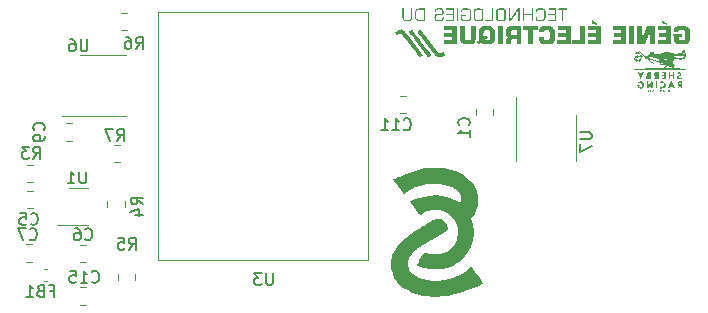
<source format=gbr>
%TF.GenerationSoftware,KiCad,Pcbnew,7.0.7*%
%TF.CreationDate,2024-03-01T11:29:19-05:00*%
%TF.ProjectId,Sh_mas,5368e96d-6173-42e6-9b69-6361645f7063,1.0*%
%TF.SameCoordinates,Original*%
%TF.FileFunction,Legend,Bot*%
%TF.FilePolarity,Positive*%
%FSLAX46Y46*%
G04 Gerber Fmt 4.6, Leading zero omitted, Abs format (unit mm)*
G04 Created by KiCad (PCBNEW 7.0.7) date 2024-03-01 11:29:19*
%MOMM*%
%LPD*%
G01*
G04 APERTURE LIST*
%ADD10C,0.150000*%
%ADD11C,0.120000*%
G04 APERTURE END LIST*
D10*
X108366666Y-73054819D02*
X108699999Y-72578628D01*
X108938094Y-73054819D02*
X108938094Y-72054819D01*
X108938094Y-72054819D02*
X108557142Y-72054819D01*
X108557142Y-72054819D02*
X108461904Y-72102438D01*
X108461904Y-72102438D02*
X108414285Y-72150057D01*
X108414285Y-72150057D02*
X108366666Y-72245295D01*
X108366666Y-72245295D02*
X108366666Y-72388152D01*
X108366666Y-72388152D02*
X108414285Y-72483390D01*
X108414285Y-72483390D02*
X108461904Y-72531009D01*
X108461904Y-72531009D02*
X108557142Y-72578628D01*
X108557142Y-72578628D02*
X108938094Y-72578628D01*
X108033332Y-72054819D02*
X107366666Y-72054819D01*
X107366666Y-72054819D02*
X107795237Y-73054819D01*
X102733333Y-85731009D02*
X103066666Y-85731009D01*
X103066666Y-86254819D02*
X103066666Y-85254819D01*
X103066666Y-85254819D02*
X102590476Y-85254819D01*
X101876190Y-85731009D02*
X101733333Y-85778628D01*
X101733333Y-85778628D02*
X101685714Y-85826247D01*
X101685714Y-85826247D02*
X101638095Y-85921485D01*
X101638095Y-85921485D02*
X101638095Y-86064342D01*
X101638095Y-86064342D02*
X101685714Y-86159580D01*
X101685714Y-86159580D02*
X101733333Y-86207200D01*
X101733333Y-86207200D02*
X101828571Y-86254819D01*
X101828571Y-86254819D02*
X102209523Y-86254819D01*
X102209523Y-86254819D02*
X102209523Y-85254819D01*
X102209523Y-85254819D02*
X101876190Y-85254819D01*
X101876190Y-85254819D02*
X101780952Y-85302438D01*
X101780952Y-85302438D02*
X101733333Y-85350057D01*
X101733333Y-85350057D02*
X101685714Y-85445295D01*
X101685714Y-85445295D02*
X101685714Y-85540533D01*
X101685714Y-85540533D02*
X101733333Y-85635771D01*
X101733333Y-85635771D02*
X101780952Y-85683390D01*
X101780952Y-85683390D02*
X101876190Y-85731009D01*
X101876190Y-85731009D02*
X102209523Y-85731009D01*
X100685714Y-86254819D02*
X101257142Y-86254819D01*
X100971428Y-86254819D02*
X100971428Y-85254819D01*
X100971428Y-85254819D02*
X101066666Y-85397676D01*
X101066666Y-85397676D02*
X101161904Y-85492914D01*
X101161904Y-85492914D02*
X101257142Y-85540533D01*
X102159580Y-72133333D02*
X102207200Y-72085714D01*
X102207200Y-72085714D02*
X102254819Y-71942857D01*
X102254819Y-71942857D02*
X102254819Y-71847619D01*
X102254819Y-71847619D02*
X102207200Y-71704762D01*
X102207200Y-71704762D02*
X102111961Y-71609524D01*
X102111961Y-71609524D02*
X102016723Y-71561905D01*
X102016723Y-71561905D02*
X101826247Y-71514286D01*
X101826247Y-71514286D02*
X101683390Y-71514286D01*
X101683390Y-71514286D02*
X101492914Y-71561905D01*
X101492914Y-71561905D02*
X101397676Y-71609524D01*
X101397676Y-71609524D02*
X101302438Y-71704762D01*
X101302438Y-71704762D02*
X101254819Y-71847619D01*
X101254819Y-71847619D02*
X101254819Y-71942857D01*
X101254819Y-71942857D02*
X101302438Y-72085714D01*
X101302438Y-72085714D02*
X101350057Y-72133333D01*
X102254819Y-72609524D02*
X102254819Y-72800000D01*
X102254819Y-72800000D02*
X102207200Y-72895238D01*
X102207200Y-72895238D02*
X102159580Y-72942857D01*
X102159580Y-72942857D02*
X102016723Y-73038095D01*
X102016723Y-73038095D02*
X101826247Y-73085714D01*
X101826247Y-73085714D02*
X101445295Y-73085714D01*
X101445295Y-73085714D02*
X101350057Y-73038095D01*
X101350057Y-73038095D02*
X101302438Y-72990476D01*
X101302438Y-72990476D02*
X101254819Y-72895238D01*
X101254819Y-72895238D02*
X101254819Y-72704762D01*
X101254819Y-72704762D02*
X101302438Y-72609524D01*
X101302438Y-72609524D02*
X101350057Y-72561905D01*
X101350057Y-72561905D02*
X101445295Y-72514286D01*
X101445295Y-72514286D02*
X101683390Y-72514286D01*
X101683390Y-72514286D02*
X101778628Y-72561905D01*
X101778628Y-72561905D02*
X101826247Y-72609524D01*
X101826247Y-72609524D02*
X101873866Y-72704762D01*
X101873866Y-72704762D02*
X101873866Y-72895238D01*
X101873866Y-72895238D02*
X101826247Y-72990476D01*
X101826247Y-72990476D02*
X101778628Y-73038095D01*
X101778628Y-73038095D02*
X101683390Y-73085714D01*
X109366666Y-82254819D02*
X109699999Y-81778628D01*
X109938094Y-82254819D02*
X109938094Y-81254819D01*
X109938094Y-81254819D02*
X109557142Y-81254819D01*
X109557142Y-81254819D02*
X109461904Y-81302438D01*
X109461904Y-81302438D02*
X109414285Y-81350057D01*
X109414285Y-81350057D02*
X109366666Y-81445295D01*
X109366666Y-81445295D02*
X109366666Y-81588152D01*
X109366666Y-81588152D02*
X109414285Y-81683390D01*
X109414285Y-81683390D02*
X109461904Y-81731009D01*
X109461904Y-81731009D02*
X109557142Y-81778628D01*
X109557142Y-81778628D02*
X109938094Y-81778628D01*
X108461904Y-81254819D02*
X108938094Y-81254819D01*
X108938094Y-81254819D02*
X108985713Y-81731009D01*
X108985713Y-81731009D02*
X108938094Y-81683390D01*
X108938094Y-81683390D02*
X108842856Y-81635771D01*
X108842856Y-81635771D02*
X108604761Y-81635771D01*
X108604761Y-81635771D02*
X108509523Y-81683390D01*
X108509523Y-81683390D02*
X108461904Y-81731009D01*
X108461904Y-81731009D02*
X108414285Y-81826247D01*
X108414285Y-81826247D02*
X108414285Y-82064342D01*
X108414285Y-82064342D02*
X108461904Y-82159580D01*
X108461904Y-82159580D02*
X108509523Y-82207200D01*
X108509523Y-82207200D02*
X108604761Y-82254819D01*
X108604761Y-82254819D02*
X108842856Y-82254819D01*
X108842856Y-82254819D02*
X108938094Y-82207200D01*
X108938094Y-82207200D02*
X108985713Y-82159580D01*
X105861904Y-64454819D02*
X105861904Y-65264342D01*
X105861904Y-65264342D02*
X105814285Y-65359580D01*
X105814285Y-65359580D02*
X105766666Y-65407200D01*
X105766666Y-65407200D02*
X105671428Y-65454819D01*
X105671428Y-65454819D02*
X105480952Y-65454819D01*
X105480952Y-65454819D02*
X105385714Y-65407200D01*
X105385714Y-65407200D02*
X105338095Y-65359580D01*
X105338095Y-65359580D02*
X105290476Y-65264342D01*
X105290476Y-65264342D02*
X105290476Y-64454819D01*
X104385714Y-64454819D02*
X104576190Y-64454819D01*
X104576190Y-64454819D02*
X104671428Y-64502438D01*
X104671428Y-64502438D02*
X104719047Y-64550057D01*
X104719047Y-64550057D02*
X104814285Y-64692914D01*
X104814285Y-64692914D02*
X104861904Y-64883390D01*
X104861904Y-64883390D02*
X104861904Y-65264342D01*
X104861904Y-65264342D02*
X104814285Y-65359580D01*
X104814285Y-65359580D02*
X104766666Y-65407200D01*
X104766666Y-65407200D02*
X104671428Y-65454819D01*
X104671428Y-65454819D02*
X104480952Y-65454819D01*
X104480952Y-65454819D02*
X104385714Y-65407200D01*
X104385714Y-65407200D02*
X104338095Y-65359580D01*
X104338095Y-65359580D02*
X104290476Y-65264342D01*
X104290476Y-65264342D02*
X104290476Y-65026247D01*
X104290476Y-65026247D02*
X104338095Y-64931009D01*
X104338095Y-64931009D02*
X104385714Y-64883390D01*
X104385714Y-64883390D02*
X104480952Y-64835771D01*
X104480952Y-64835771D02*
X104671428Y-64835771D01*
X104671428Y-64835771D02*
X104766666Y-64883390D01*
X104766666Y-64883390D02*
X104814285Y-64931009D01*
X104814285Y-64931009D02*
X104861904Y-65026247D01*
X101266666Y-74554819D02*
X101599999Y-74078628D01*
X101838094Y-74554819D02*
X101838094Y-73554819D01*
X101838094Y-73554819D02*
X101457142Y-73554819D01*
X101457142Y-73554819D02*
X101361904Y-73602438D01*
X101361904Y-73602438D02*
X101314285Y-73650057D01*
X101314285Y-73650057D02*
X101266666Y-73745295D01*
X101266666Y-73745295D02*
X101266666Y-73888152D01*
X101266666Y-73888152D02*
X101314285Y-73983390D01*
X101314285Y-73983390D02*
X101361904Y-74031009D01*
X101361904Y-74031009D02*
X101457142Y-74078628D01*
X101457142Y-74078628D02*
X101838094Y-74078628D01*
X100933332Y-73554819D02*
X100314285Y-73554819D01*
X100314285Y-73554819D02*
X100647618Y-73935771D01*
X100647618Y-73935771D02*
X100504761Y-73935771D01*
X100504761Y-73935771D02*
X100409523Y-73983390D01*
X100409523Y-73983390D02*
X100361904Y-74031009D01*
X100361904Y-74031009D02*
X100314285Y-74126247D01*
X100314285Y-74126247D02*
X100314285Y-74364342D01*
X100314285Y-74364342D02*
X100361904Y-74459580D01*
X100361904Y-74459580D02*
X100409523Y-74507200D01*
X100409523Y-74507200D02*
X100504761Y-74554819D01*
X100504761Y-74554819D02*
X100790475Y-74554819D01*
X100790475Y-74554819D02*
X100885713Y-74507200D01*
X100885713Y-74507200D02*
X100933332Y-74459580D01*
X100966666Y-81359580D02*
X101014285Y-81407200D01*
X101014285Y-81407200D02*
X101157142Y-81454819D01*
X101157142Y-81454819D02*
X101252380Y-81454819D01*
X101252380Y-81454819D02*
X101395237Y-81407200D01*
X101395237Y-81407200D02*
X101490475Y-81311961D01*
X101490475Y-81311961D02*
X101538094Y-81216723D01*
X101538094Y-81216723D02*
X101585713Y-81026247D01*
X101585713Y-81026247D02*
X101585713Y-80883390D01*
X101585713Y-80883390D02*
X101538094Y-80692914D01*
X101538094Y-80692914D02*
X101490475Y-80597676D01*
X101490475Y-80597676D02*
X101395237Y-80502438D01*
X101395237Y-80502438D02*
X101252380Y-80454819D01*
X101252380Y-80454819D02*
X101157142Y-80454819D01*
X101157142Y-80454819D02*
X101014285Y-80502438D01*
X101014285Y-80502438D02*
X100966666Y-80550057D01*
X100633332Y-80454819D02*
X99966666Y-80454819D01*
X99966666Y-80454819D02*
X100395237Y-81454819D01*
X138159580Y-71733333D02*
X138207200Y-71685714D01*
X138207200Y-71685714D02*
X138254819Y-71542857D01*
X138254819Y-71542857D02*
X138254819Y-71447619D01*
X138254819Y-71447619D02*
X138207200Y-71304762D01*
X138207200Y-71304762D02*
X138111961Y-71209524D01*
X138111961Y-71209524D02*
X138016723Y-71161905D01*
X138016723Y-71161905D02*
X137826247Y-71114286D01*
X137826247Y-71114286D02*
X137683390Y-71114286D01*
X137683390Y-71114286D02*
X137492914Y-71161905D01*
X137492914Y-71161905D02*
X137397676Y-71209524D01*
X137397676Y-71209524D02*
X137302438Y-71304762D01*
X137302438Y-71304762D02*
X137254819Y-71447619D01*
X137254819Y-71447619D02*
X137254819Y-71542857D01*
X137254819Y-71542857D02*
X137302438Y-71685714D01*
X137302438Y-71685714D02*
X137350057Y-71733333D01*
X138254819Y-72685714D02*
X138254819Y-72114286D01*
X138254819Y-72400000D02*
X137254819Y-72400000D01*
X137254819Y-72400000D02*
X137397676Y-72304762D01*
X137397676Y-72304762D02*
X137492914Y-72209524D01*
X137492914Y-72209524D02*
X137540533Y-72114286D01*
X132642857Y-72059580D02*
X132690476Y-72107200D01*
X132690476Y-72107200D02*
X132833333Y-72154819D01*
X132833333Y-72154819D02*
X132928571Y-72154819D01*
X132928571Y-72154819D02*
X133071428Y-72107200D01*
X133071428Y-72107200D02*
X133166666Y-72011961D01*
X133166666Y-72011961D02*
X133214285Y-71916723D01*
X133214285Y-71916723D02*
X133261904Y-71726247D01*
X133261904Y-71726247D02*
X133261904Y-71583390D01*
X133261904Y-71583390D02*
X133214285Y-71392914D01*
X133214285Y-71392914D02*
X133166666Y-71297676D01*
X133166666Y-71297676D02*
X133071428Y-71202438D01*
X133071428Y-71202438D02*
X132928571Y-71154819D01*
X132928571Y-71154819D02*
X132833333Y-71154819D01*
X132833333Y-71154819D02*
X132690476Y-71202438D01*
X132690476Y-71202438D02*
X132642857Y-71250057D01*
X131690476Y-72154819D02*
X132261904Y-72154819D01*
X131976190Y-72154819D02*
X131976190Y-71154819D01*
X131976190Y-71154819D02*
X132071428Y-71297676D01*
X132071428Y-71297676D02*
X132166666Y-71392914D01*
X132166666Y-71392914D02*
X132261904Y-71440533D01*
X130738095Y-72154819D02*
X131309523Y-72154819D01*
X131023809Y-72154819D02*
X131023809Y-71154819D01*
X131023809Y-71154819D02*
X131119047Y-71297676D01*
X131119047Y-71297676D02*
X131214285Y-71392914D01*
X131214285Y-71392914D02*
X131309523Y-71440533D01*
X101066666Y-80059580D02*
X101114285Y-80107200D01*
X101114285Y-80107200D02*
X101257142Y-80154819D01*
X101257142Y-80154819D02*
X101352380Y-80154819D01*
X101352380Y-80154819D02*
X101495237Y-80107200D01*
X101495237Y-80107200D02*
X101590475Y-80011961D01*
X101590475Y-80011961D02*
X101638094Y-79916723D01*
X101638094Y-79916723D02*
X101685713Y-79726247D01*
X101685713Y-79726247D02*
X101685713Y-79583390D01*
X101685713Y-79583390D02*
X101638094Y-79392914D01*
X101638094Y-79392914D02*
X101590475Y-79297676D01*
X101590475Y-79297676D02*
X101495237Y-79202438D01*
X101495237Y-79202438D02*
X101352380Y-79154819D01*
X101352380Y-79154819D02*
X101257142Y-79154819D01*
X101257142Y-79154819D02*
X101114285Y-79202438D01*
X101114285Y-79202438D02*
X101066666Y-79250057D01*
X100161904Y-79154819D02*
X100638094Y-79154819D01*
X100638094Y-79154819D02*
X100685713Y-79631009D01*
X100685713Y-79631009D02*
X100638094Y-79583390D01*
X100638094Y-79583390D02*
X100542856Y-79535771D01*
X100542856Y-79535771D02*
X100304761Y-79535771D01*
X100304761Y-79535771D02*
X100209523Y-79583390D01*
X100209523Y-79583390D02*
X100161904Y-79631009D01*
X100161904Y-79631009D02*
X100114285Y-79726247D01*
X100114285Y-79726247D02*
X100114285Y-79964342D01*
X100114285Y-79964342D02*
X100161904Y-80059580D01*
X100161904Y-80059580D02*
X100209523Y-80107200D01*
X100209523Y-80107200D02*
X100304761Y-80154819D01*
X100304761Y-80154819D02*
X100542856Y-80154819D01*
X100542856Y-80154819D02*
X100638094Y-80107200D01*
X100638094Y-80107200D02*
X100685713Y-80059580D01*
X121561904Y-84254819D02*
X121561904Y-85064342D01*
X121561904Y-85064342D02*
X121514285Y-85159580D01*
X121514285Y-85159580D02*
X121466666Y-85207200D01*
X121466666Y-85207200D02*
X121371428Y-85254819D01*
X121371428Y-85254819D02*
X121180952Y-85254819D01*
X121180952Y-85254819D02*
X121085714Y-85207200D01*
X121085714Y-85207200D02*
X121038095Y-85159580D01*
X121038095Y-85159580D02*
X120990476Y-85064342D01*
X120990476Y-85064342D02*
X120990476Y-84254819D01*
X120609523Y-84254819D02*
X119990476Y-84254819D01*
X119990476Y-84254819D02*
X120323809Y-84635771D01*
X120323809Y-84635771D02*
X120180952Y-84635771D01*
X120180952Y-84635771D02*
X120085714Y-84683390D01*
X120085714Y-84683390D02*
X120038095Y-84731009D01*
X120038095Y-84731009D02*
X119990476Y-84826247D01*
X119990476Y-84826247D02*
X119990476Y-85064342D01*
X119990476Y-85064342D02*
X120038095Y-85159580D01*
X120038095Y-85159580D02*
X120085714Y-85207200D01*
X120085714Y-85207200D02*
X120180952Y-85254819D01*
X120180952Y-85254819D02*
X120466666Y-85254819D01*
X120466666Y-85254819D02*
X120561904Y-85207200D01*
X120561904Y-85207200D02*
X120609523Y-85159580D01*
X147554819Y-72338095D02*
X148364342Y-72338095D01*
X148364342Y-72338095D02*
X148459580Y-72385714D01*
X148459580Y-72385714D02*
X148507200Y-72433333D01*
X148507200Y-72433333D02*
X148554819Y-72528571D01*
X148554819Y-72528571D02*
X148554819Y-72719047D01*
X148554819Y-72719047D02*
X148507200Y-72814285D01*
X148507200Y-72814285D02*
X148459580Y-72861904D01*
X148459580Y-72861904D02*
X148364342Y-72909523D01*
X148364342Y-72909523D02*
X147554819Y-72909523D01*
X147554819Y-73290476D02*
X147554819Y-73957142D01*
X147554819Y-73957142D02*
X148554819Y-73528571D01*
X105666666Y-81359580D02*
X105714285Y-81407200D01*
X105714285Y-81407200D02*
X105857142Y-81454819D01*
X105857142Y-81454819D02*
X105952380Y-81454819D01*
X105952380Y-81454819D02*
X106095237Y-81407200D01*
X106095237Y-81407200D02*
X106190475Y-81311961D01*
X106190475Y-81311961D02*
X106238094Y-81216723D01*
X106238094Y-81216723D02*
X106285713Y-81026247D01*
X106285713Y-81026247D02*
X106285713Y-80883390D01*
X106285713Y-80883390D02*
X106238094Y-80692914D01*
X106238094Y-80692914D02*
X106190475Y-80597676D01*
X106190475Y-80597676D02*
X106095237Y-80502438D01*
X106095237Y-80502438D02*
X105952380Y-80454819D01*
X105952380Y-80454819D02*
X105857142Y-80454819D01*
X105857142Y-80454819D02*
X105714285Y-80502438D01*
X105714285Y-80502438D02*
X105666666Y-80550057D01*
X104809523Y-80454819D02*
X104999999Y-80454819D01*
X104999999Y-80454819D02*
X105095237Y-80502438D01*
X105095237Y-80502438D02*
X105142856Y-80550057D01*
X105142856Y-80550057D02*
X105238094Y-80692914D01*
X105238094Y-80692914D02*
X105285713Y-80883390D01*
X105285713Y-80883390D02*
X105285713Y-81264342D01*
X105285713Y-81264342D02*
X105238094Y-81359580D01*
X105238094Y-81359580D02*
X105190475Y-81407200D01*
X105190475Y-81407200D02*
X105095237Y-81454819D01*
X105095237Y-81454819D02*
X104904761Y-81454819D01*
X104904761Y-81454819D02*
X104809523Y-81407200D01*
X104809523Y-81407200D02*
X104761904Y-81359580D01*
X104761904Y-81359580D02*
X104714285Y-81264342D01*
X104714285Y-81264342D02*
X104714285Y-81026247D01*
X104714285Y-81026247D02*
X104761904Y-80931009D01*
X104761904Y-80931009D02*
X104809523Y-80883390D01*
X104809523Y-80883390D02*
X104904761Y-80835771D01*
X104904761Y-80835771D02*
X105095237Y-80835771D01*
X105095237Y-80835771D02*
X105190475Y-80883390D01*
X105190475Y-80883390D02*
X105238094Y-80931009D01*
X105238094Y-80931009D02*
X105285713Y-81026247D01*
X106242857Y-84959580D02*
X106290476Y-85007200D01*
X106290476Y-85007200D02*
X106433333Y-85054819D01*
X106433333Y-85054819D02*
X106528571Y-85054819D01*
X106528571Y-85054819D02*
X106671428Y-85007200D01*
X106671428Y-85007200D02*
X106766666Y-84911961D01*
X106766666Y-84911961D02*
X106814285Y-84816723D01*
X106814285Y-84816723D02*
X106861904Y-84626247D01*
X106861904Y-84626247D02*
X106861904Y-84483390D01*
X106861904Y-84483390D02*
X106814285Y-84292914D01*
X106814285Y-84292914D02*
X106766666Y-84197676D01*
X106766666Y-84197676D02*
X106671428Y-84102438D01*
X106671428Y-84102438D02*
X106528571Y-84054819D01*
X106528571Y-84054819D02*
X106433333Y-84054819D01*
X106433333Y-84054819D02*
X106290476Y-84102438D01*
X106290476Y-84102438D02*
X106242857Y-84150057D01*
X105290476Y-85054819D02*
X105861904Y-85054819D01*
X105576190Y-85054819D02*
X105576190Y-84054819D01*
X105576190Y-84054819D02*
X105671428Y-84197676D01*
X105671428Y-84197676D02*
X105766666Y-84292914D01*
X105766666Y-84292914D02*
X105861904Y-84340533D01*
X104385714Y-84054819D02*
X104861904Y-84054819D01*
X104861904Y-84054819D02*
X104909523Y-84531009D01*
X104909523Y-84531009D02*
X104861904Y-84483390D01*
X104861904Y-84483390D02*
X104766666Y-84435771D01*
X104766666Y-84435771D02*
X104528571Y-84435771D01*
X104528571Y-84435771D02*
X104433333Y-84483390D01*
X104433333Y-84483390D02*
X104385714Y-84531009D01*
X104385714Y-84531009D02*
X104338095Y-84626247D01*
X104338095Y-84626247D02*
X104338095Y-84864342D01*
X104338095Y-84864342D02*
X104385714Y-84959580D01*
X104385714Y-84959580D02*
X104433333Y-85007200D01*
X104433333Y-85007200D02*
X104528571Y-85054819D01*
X104528571Y-85054819D02*
X104766666Y-85054819D01*
X104766666Y-85054819D02*
X104861904Y-85007200D01*
X104861904Y-85007200D02*
X104909523Y-84959580D01*
X105761904Y-75654819D02*
X105761904Y-76464342D01*
X105761904Y-76464342D02*
X105714285Y-76559580D01*
X105714285Y-76559580D02*
X105666666Y-76607200D01*
X105666666Y-76607200D02*
X105571428Y-76654819D01*
X105571428Y-76654819D02*
X105380952Y-76654819D01*
X105380952Y-76654819D02*
X105285714Y-76607200D01*
X105285714Y-76607200D02*
X105238095Y-76559580D01*
X105238095Y-76559580D02*
X105190476Y-76464342D01*
X105190476Y-76464342D02*
X105190476Y-75654819D01*
X104190476Y-76654819D02*
X104761904Y-76654819D01*
X104476190Y-76654819D02*
X104476190Y-75654819D01*
X104476190Y-75654819D02*
X104571428Y-75797676D01*
X104571428Y-75797676D02*
X104666666Y-75892914D01*
X104666666Y-75892914D02*
X104761904Y-75940533D01*
X109966666Y-65254819D02*
X110299999Y-64778628D01*
X110538094Y-65254819D02*
X110538094Y-64254819D01*
X110538094Y-64254819D02*
X110157142Y-64254819D01*
X110157142Y-64254819D02*
X110061904Y-64302438D01*
X110061904Y-64302438D02*
X110014285Y-64350057D01*
X110014285Y-64350057D02*
X109966666Y-64445295D01*
X109966666Y-64445295D02*
X109966666Y-64588152D01*
X109966666Y-64588152D02*
X110014285Y-64683390D01*
X110014285Y-64683390D02*
X110061904Y-64731009D01*
X110061904Y-64731009D02*
X110157142Y-64778628D01*
X110157142Y-64778628D02*
X110538094Y-64778628D01*
X109109523Y-64254819D02*
X109299999Y-64254819D01*
X109299999Y-64254819D02*
X109395237Y-64302438D01*
X109395237Y-64302438D02*
X109442856Y-64350057D01*
X109442856Y-64350057D02*
X109538094Y-64492914D01*
X109538094Y-64492914D02*
X109585713Y-64683390D01*
X109585713Y-64683390D02*
X109585713Y-65064342D01*
X109585713Y-65064342D02*
X109538094Y-65159580D01*
X109538094Y-65159580D02*
X109490475Y-65207200D01*
X109490475Y-65207200D02*
X109395237Y-65254819D01*
X109395237Y-65254819D02*
X109204761Y-65254819D01*
X109204761Y-65254819D02*
X109109523Y-65207200D01*
X109109523Y-65207200D02*
X109061904Y-65159580D01*
X109061904Y-65159580D02*
X109014285Y-65064342D01*
X109014285Y-65064342D02*
X109014285Y-64826247D01*
X109014285Y-64826247D02*
X109061904Y-64731009D01*
X109061904Y-64731009D02*
X109109523Y-64683390D01*
X109109523Y-64683390D02*
X109204761Y-64635771D01*
X109204761Y-64635771D02*
X109395237Y-64635771D01*
X109395237Y-64635771D02*
X109490475Y-64683390D01*
X109490475Y-64683390D02*
X109538094Y-64731009D01*
X109538094Y-64731009D02*
X109585713Y-64826247D01*
X110554819Y-78433333D02*
X110078628Y-78100000D01*
X110554819Y-77861905D02*
X109554819Y-77861905D01*
X109554819Y-77861905D02*
X109554819Y-78242857D01*
X109554819Y-78242857D02*
X109602438Y-78338095D01*
X109602438Y-78338095D02*
X109650057Y-78385714D01*
X109650057Y-78385714D02*
X109745295Y-78433333D01*
X109745295Y-78433333D02*
X109888152Y-78433333D01*
X109888152Y-78433333D02*
X109983390Y-78385714D01*
X109983390Y-78385714D02*
X110031009Y-78338095D01*
X110031009Y-78338095D02*
X110078628Y-78242857D01*
X110078628Y-78242857D02*
X110078628Y-77861905D01*
X109888152Y-79290476D02*
X110554819Y-79290476D01*
X109507200Y-79052381D02*
X110221485Y-78814286D01*
X110221485Y-78814286D02*
X110221485Y-79433333D01*
D11*
%TO.C,R7*%
X108661252Y-74835000D02*
X108138748Y-74835000D01*
X108661252Y-73365000D02*
X108138748Y-73365000D01*
%TO.C,FB1*%
X102159420Y-83890000D02*
X102440580Y-83890000D01*
X102159420Y-84910000D02*
X102440580Y-84910000D01*
%TO.C,C9*%
X104561252Y-73035000D02*
X104038748Y-73035000D01*
X104561252Y-71565000D02*
X104038748Y-71565000D01*
%TO.C,R5*%
X108465000Y-84861252D02*
X108465000Y-84338748D01*
X109935000Y-84861252D02*
X109935000Y-84338748D01*
%TO.C,U6*%
X107175000Y-65790000D02*
X105225000Y-65790000D01*
X107175000Y-65790000D02*
X109125000Y-65790000D01*
X107175000Y-70910000D02*
X103725000Y-70910000D01*
X107175000Y-70910000D02*
X109125000Y-70910000D01*
%TO.C,R3*%
X100713748Y-75065000D02*
X101236252Y-75065000D01*
X100713748Y-76535000D02*
X101236252Y-76535000D01*
%TO.C,C7*%
X101161252Y-83285000D02*
X100638748Y-83285000D01*
X101161252Y-81815000D02*
X100638748Y-81815000D01*
%TO.C,C1*%
X138765000Y-70861252D02*
X138765000Y-70338748D01*
X140235000Y-70861252D02*
X140235000Y-70338748D01*
%TO.C,G\u002A\u002A\u002A*%
G36*
X153810548Y-68881751D02*
G01*
X153797152Y-68895148D01*
X153783755Y-68881751D01*
X153797152Y-68868355D01*
X153810548Y-68881751D01*
G37*
G36*
X154258934Y-68755733D02*
G01*
X154262385Y-68808070D01*
X154262768Y-68832948D01*
X154252233Y-68881541D01*
X154219145Y-68894738D01*
X154194313Y-68890934D01*
X154203047Y-68874643D01*
X154225485Y-68846742D01*
X154246287Y-68787975D01*
X154253611Y-68754054D01*
X154258934Y-68755733D01*
G37*
G36*
X155333890Y-68738864D02*
G01*
X155358439Y-68761206D01*
X155363742Y-68821467D01*
X155362106Y-68865306D01*
X155354056Y-68885040D01*
X155335498Y-68861444D01*
X155322661Y-68830462D01*
X155323245Y-68789791D01*
X155323589Y-68773914D01*
X155291203Y-68752921D01*
X155282793Y-68750624D01*
X155267810Y-68741983D01*
X155304272Y-68737497D01*
X155333890Y-68738864D01*
G37*
G36*
X154105274Y-68303732D02*
G01*
X154104412Y-68429691D01*
X154100750Y-68517233D01*
X154092830Y-68569702D01*
X154079194Y-68596528D01*
X154058386Y-68607140D01*
X154032194Y-68611083D01*
X153991403Y-68607524D01*
X153984581Y-68586548D01*
X153977708Y-68521437D01*
X153973033Y-68423508D01*
X153971308Y-68304115D01*
X153971308Y-68010971D01*
X154038291Y-68010971D01*
X154105274Y-68010971D01*
X154105274Y-68303732D01*
G37*
G36*
X154472357Y-68769445D02*
G01*
X154476466Y-68797854D01*
X154469330Y-68858503D01*
X154450182Y-68885725D01*
X154411159Y-68891964D01*
X154374437Y-68863401D01*
X154356546Y-68807509D01*
X154355040Y-68766904D01*
X154356942Y-68758462D01*
X154365024Y-68801040D01*
X154375842Y-68836528D01*
X154407425Y-68866937D01*
X154439928Y-68852600D01*
X154456694Y-68794673D01*
X154457104Y-68786285D01*
X154462699Y-68751427D01*
X154472357Y-68769445D01*
G37*
G36*
X154063246Y-68734911D02*
G01*
X154095757Y-68754508D01*
X154105274Y-68814768D01*
X154105108Y-68826155D01*
X154093309Y-68879163D01*
X154058386Y-68893033D01*
X154034286Y-68889060D01*
X154046107Y-68877031D01*
X154066460Y-68860244D01*
X154049525Y-68825559D01*
X154032479Y-68796555D01*
X154055105Y-68787565D01*
X154076088Y-68782168D01*
X154051687Y-68761182D01*
X154046555Y-68757825D01*
X154027359Y-68739224D01*
X154058386Y-68734799D01*
X154063246Y-68734911D01*
G37*
G36*
X153775826Y-68742651D02*
G01*
X153796688Y-68772778D01*
X153770358Y-68814768D01*
X153750736Y-68837245D01*
X153745441Y-68871391D01*
X153748713Y-68879350D01*
X153731750Y-68895148D01*
X153721601Y-68893769D01*
X153703658Y-68869521D01*
X153714636Y-68831505D01*
X153750263Y-68801362D01*
X153768153Y-68793605D01*
X153780081Y-68778937D01*
X153743565Y-68760189D01*
X153732007Y-68755316D01*
X153709307Y-68741121D01*
X153735285Y-68736272D01*
X153775826Y-68742651D01*
G37*
G36*
X153366621Y-68734911D02*
G01*
X153399133Y-68754508D01*
X153408649Y-68814768D01*
X153408484Y-68826155D01*
X153396684Y-68879163D01*
X153361761Y-68893033D01*
X153337661Y-68889060D01*
X153349483Y-68877031D01*
X153369836Y-68860244D01*
X153352901Y-68825559D01*
X153335855Y-68796555D01*
X153358481Y-68787565D01*
X153379464Y-68782168D01*
X153355063Y-68761182D01*
X153349930Y-68757825D01*
X153330735Y-68739224D01*
X153361761Y-68734799D01*
X153366621Y-68734911D01*
G37*
G36*
X153622995Y-68853381D02*
G01*
X153606356Y-68872044D01*
X153556012Y-68881751D01*
X153552824Y-68881740D01*
X153502607Y-68873646D01*
X153492689Y-68843589D01*
X153511014Y-68800833D01*
X153548340Y-68800833D01*
X153551547Y-68832630D01*
X153559606Y-68836822D01*
X153569409Y-68814768D01*
X153567475Y-68800584D01*
X153551547Y-68796906D01*
X153548340Y-68800833D01*
X153511014Y-68800833D01*
X153519349Y-68781385D01*
X153536333Y-68751670D01*
X153556857Y-68740889D01*
X153586332Y-68774871D01*
X153608432Y-68810866D01*
X153609769Y-68814768D01*
X153622995Y-68853381D01*
G37*
G36*
X155185924Y-68818215D02*
G01*
X155170391Y-68864250D01*
X155122623Y-68891683D01*
X155066269Y-68885803D01*
X155029717Y-68841801D01*
X155024310Y-68814768D01*
X155056434Y-68814768D01*
X155063462Y-68836835D01*
X155103322Y-68863254D01*
X155136650Y-68858743D01*
X155150211Y-68814768D01*
X155141301Y-68775603D01*
X155103322Y-68766282D01*
X155078708Y-68776937D01*
X155056434Y-68814768D01*
X155024310Y-68814768D01*
X155022199Y-68804212D01*
X155039370Y-68752475D01*
X155097263Y-68734389D01*
X155118946Y-68737533D01*
X155164919Y-68769127D01*
X155184449Y-68814768D01*
X155185924Y-68818215D01*
G37*
G36*
X154933749Y-68821467D02*
G01*
X154933327Y-68833111D01*
X154927422Y-68875036D01*
X154917747Y-68873935D01*
X154906249Y-68857476D01*
X154872974Y-68864892D01*
X154868843Y-68868007D01*
X154846868Y-68864520D01*
X154836469Y-68812424D01*
X154835503Y-68790512D01*
X154836091Y-68787975D01*
X154868881Y-68787975D01*
X154874381Y-68795993D01*
X154897256Y-68814768D01*
X154899930Y-68814072D01*
X154909071Y-68787975D01*
X154907981Y-68780631D01*
X154880697Y-68761182D01*
X154871006Y-68763286D01*
X154868881Y-68787975D01*
X154836091Y-68787975D01*
X154845806Y-68746074D01*
X154883357Y-68734389D01*
X154902865Y-68736282D01*
X154928422Y-68759806D01*
X154930856Y-68787975D01*
X154933749Y-68821467D01*
G37*
G36*
X154626789Y-68781277D02*
G01*
X154636270Y-68803173D01*
X154653183Y-68811267D01*
X154683242Y-68776156D01*
X154708837Y-68747957D01*
X154721884Y-68749363D01*
X154725235Y-68780775D01*
X154735831Y-68841562D01*
X154741340Y-68870335D01*
X154741106Y-68886539D01*
X154724944Y-68854958D01*
X154713274Y-68830503D01*
X154697634Y-68817102D01*
X154680213Y-68851193D01*
X154671271Y-68872189D01*
X154655593Y-68886270D01*
X154632732Y-68852381D01*
X154620954Y-68832147D01*
X154603207Y-68819522D01*
X154585021Y-68856147D01*
X154575215Y-68877436D01*
X154566173Y-68874060D01*
X154562642Y-68821467D01*
X154563169Y-68795162D01*
X154575878Y-68744737D01*
X154599530Y-68738577D01*
X154626789Y-68781277D01*
G37*
G36*
X154579424Y-68009938D02*
G01*
X154681088Y-68052767D01*
X154761233Y-68124058D01*
X154813932Y-68214928D01*
X154833258Y-68316489D01*
X154813285Y-68419858D01*
X154748085Y-68516148D01*
X154731077Y-68532209D01*
X154664245Y-68582383D01*
X154607420Y-68608336D01*
X154559848Y-68615865D01*
X154457418Y-68619231D01*
X154381440Y-68603472D01*
X154340583Y-68571309D01*
X154343512Y-68525463D01*
X154352465Y-68511555D01*
X154393174Y-68487548D01*
X154466807Y-68488144D01*
X154564661Y-68479563D01*
X154639471Y-68434701D01*
X154682204Y-68364729D01*
X154685954Y-68281078D01*
X154643817Y-68195177D01*
X154616844Y-68167100D01*
X154561516Y-68140625D01*
X154476359Y-68135515D01*
X154412073Y-68133016D01*
X154343461Y-68108870D01*
X154320030Y-68059118D01*
X154321021Y-68056014D01*
X154352133Y-68035955D01*
X154413396Y-68014390D01*
X154462168Y-68004459D01*
X154579424Y-68009938D01*
G37*
G36*
X152873783Y-67393256D02*
G01*
X152833338Y-67454998D01*
X152790764Y-67534706D01*
X152770662Y-67606205D01*
X152765611Y-67689845D01*
X152764965Y-67745777D01*
X152758668Y-67798965D01*
X152740749Y-67819048D01*
X152705327Y-67818583D01*
X152686882Y-67814756D01*
X152658623Y-67795082D01*
X152642284Y-67748894D01*
X152631453Y-67662659D01*
X152629063Y-67640121D01*
X152597854Y-67511047D01*
X152530978Y-67389899D01*
X152494528Y-67335875D01*
X152458168Y-67277854D01*
X152444092Y-67249234D01*
X152459542Y-67239367D01*
X152508890Y-67233967D01*
X152517008Y-67234280D01*
X152576303Y-67259963D01*
X152634132Y-67331767D01*
X152694576Y-67429567D01*
X152756754Y-67351862D01*
X152765910Y-67340203D01*
X152803678Y-67286348D01*
X152819065Y-67254062D01*
X152819086Y-67253636D01*
X152843637Y-67239730D01*
X152900576Y-67233967D01*
X152981954Y-67233967D01*
X152873783Y-67393256D01*
G37*
G36*
X155154881Y-67234427D02*
G01*
X155187374Y-67244885D01*
X155201021Y-67280135D01*
X155203797Y-67354536D01*
X155203797Y-67475106D01*
X155310970Y-67475106D01*
X155418143Y-67475106D01*
X155418143Y-67354536D01*
X155418399Y-67322016D01*
X155424209Y-67263528D01*
X155443792Y-67238964D01*
X155485126Y-67233967D01*
X155552109Y-67233967D01*
X155552109Y-67510830D01*
X155551273Y-67595216D01*
X155547603Y-67698682D01*
X155541683Y-67772841D01*
X155534247Y-67805556D01*
X155518209Y-67814671D01*
X155467264Y-67823418D01*
X155437252Y-67814774D01*
X155422037Y-67778927D01*
X155418143Y-67702848D01*
X155418143Y-67582279D01*
X155310970Y-67582279D01*
X155203797Y-67582279D01*
X155203797Y-67702848D01*
X155203541Y-67735369D01*
X155197731Y-67793857D01*
X155178148Y-67818421D01*
X155136814Y-67823418D01*
X155069831Y-67823418D01*
X155069831Y-67528692D01*
X155069831Y-67233967D01*
X155136814Y-67233967D01*
X155154881Y-67234427D01*
G37*
G36*
X154828692Y-67528692D02*
G01*
X154828692Y-67823418D01*
X154654535Y-67823418D01*
X154564753Y-67821980D01*
X154509985Y-67815000D01*
X154485807Y-67798832D01*
X154480379Y-67769832D01*
X154486447Y-67738902D01*
X154517436Y-67720739D01*
X154587552Y-67716245D01*
X154596886Y-67716221D01*
X154661284Y-67711599D01*
X154688876Y-67692418D01*
X154694725Y-67649262D01*
X154690328Y-67609804D01*
X154664366Y-67587283D01*
X154600949Y-67582279D01*
X154558614Y-67580527D01*
X154517663Y-67565625D01*
X154507173Y-67528692D01*
X154510238Y-67504501D01*
X154536316Y-67481100D01*
X154600949Y-67475106D01*
X154656190Y-67471965D01*
X154687719Y-67453421D01*
X154694725Y-67408123D01*
X154694687Y-67402289D01*
X154687292Y-67362041D01*
X154656602Y-67344796D01*
X154587552Y-67341140D01*
X154525692Y-67338106D01*
X154489367Y-67322611D01*
X154480379Y-67287553D01*
X154485054Y-67259928D01*
X154507738Y-67243076D01*
X154560285Y-67235637D01*
X154654535Y-67233967D01*
X154828692Y-67233967D01*
X154828692Y-67528692D01*
G37*
G36*
X155602379Y-68600422D02*
G01*
X155537997Y-68600422D01*
X155494416Y-68590601D01*
X155444936Y-68546836D01*
X155426133Y-68521681D01*
X155378343Y-68499402D01*
X155294122Y-68493249D01*
X155221072Y-68496824D01*
X155177167Y-68512714D01*
X155157974Y-68546836D01*
X155156997Y-68550041D01*
X155127262Y-68583229D01*
X155079739Y-68601036D01*
X155035656Y-68599371D01*
X155016244Y-68574143D01*
X155022394Y-68550642D01*
X155045542Y-68485459D01*
X155081877Y-68391260D01*
X155103661Y-68337412D01*
X155241924Y-68337412D01*
X155242756Y-68376311D01*
X155280790Y-68386076D01*
X155326789Y-68377987D01*
X155354288Y-68340803D01*
X155336520Y-68276581D01*
X155305063Y-68240973D01*
X155274534Y-68256746D01*
X155245193Y-68325792D01*
X155241924Y-68337412D01*
X155103661Y-68337412D01*
X155127122Y-68279417D01*
X155171794Y-68173658D01*
X155211260Y-68089750D01*
X155242325Y-68040325D01*
X155270495Y-68016895D01*
X155301278Y-68010971D01*
X155341669Y-68013497D01*
X155364557Y-68021873D01*
X155372905Y-68045803D01*
X155398233Y-68109836D01*
X155436465Y-68203518D01*
X155483468Y-68316599D01*
X155493609Y-68340803D01*
X155602379Y-68600422D01*
G37*
G36*
X153686986Y-68011613D02*
G01*
X153708052Y-68019226D01*
X153720833Y-68043112D01*
X153727399Y-68092601D01*
X153729821Y-68177020D01*
X153730168Y-68305697D01*
X153730168Y-68600422D01*
X153664409Y-68600422D01*
X153653069Y-68600272D01*
X153622518Y-68593970D01*
X153605163Y-68569653D01*
X153596176Y-68515470D01*
X153590728Y-68419568D01*
X153582806Y-68238713D01*
X153468519Y-68419568D01*
X153423678Y-68488140D01*
X153371310Y-68556230D01*
X153328828Y-68590802D01*
X153287665Y-68600422D01*
X153221097Y-68600422D01*
X153221097Y-68303833D01*
X153221233Y-68211054D01*
X153222816Y-68113143D01*
X153227731Y-68053683D01*
X153237864Y-68023655D01*
X153255102Y-68014036D01*
X153281332Y-68015806D01*
X153301940Y-68020186D01*
X153328399Y-68039881D01*
X153342310Y-68085843D01*
X153349658Y-68171730D01*
X153353307Y-68231719D01*
X153358768Y-68302662D01*
X153363104Y-68338086D01*
X153364767Y-68339091D01*
X153387118Y-68317564D01*
X153429273Y-68262762D01*
X153483908Y-68184025D01*
X153517098Y-68135516D01*
X153575505Y-68060898D01*
X153621891Y-68022096D01*
X153664763Y-68010971D01*
X153686986Y-68011613D01*
G37*
G36*
X156221941Y-68305697D02*
G01*
X156221798Y-68405939D01*
X156220108Y-68500828D01*
X156214804Y-68558393D01*
X156203815Y-68587961D01*
X156185070Y-68598862D01*
X156156498Y-68600422D01*
X156154121Y-68600414D01*
X156112655Y-68592888D01*
X156092188Y-68561258D01*
X156082817Y-68490788D01*
X156074578Y-68381155D01*
X155994198Y-68490155D01*
X155959669Y-68533560D01*
X155900441Y-68584529D01*
X155840137Y-68599789D01*
X155790328Y-68596205D01*
X155772333Y-68578283D01*
X155791278Y-68538115D01*
X155847608Y-68467847D01*
X155926583Y-68375461D01*
X155873312Y-68318757D01*
X155867116Y-68311780D01*
X155827343Y-68229640D01*
X155827133Y-68213230D01*
X155957307Y-68213230D01*
X155984863Y-68255188D01*
X156037213Y-68277529D01*
X156075340Y-68260656D01*
X156087974Y-68196660D01*
X156086229Y-68157980D01*
X156070249Y-68125149D01*
X156027963Y-68122979D01*
X156008989Y-68127989D01*
X155967689Y-68163652D01*
X155957307Y-68213230D01*
X155827133Y-68213230D01*
X155826176Y-68138245D01*
X155864384Y-68059969D01*
X155897354Y-68034588D01*
X155962143Y-68016292D01*
X156065334Y-68010971D01*
X156221941Y-68010971D01*
X156221941Y-68196660D01*
X156221941Y-68305697D01*
G37*
G36*
X156036682Y-67241554D02*
G01*
X156103914Y-67271925D01*
X156142990Y-67331503D01*
X156143292Y-67332301D01*
X156150440Y-67419577D01*
X156106226Y-67499948D01*
X156012769Y-67569538D01*
X155989980Y-67582834D01*
X155935574Y-67626012D01*
X155913818Y-67662711D01*
X155928429Y-67689329D01*
X155978490Y-67709175D01*
X156045746Y-67710880D01*
X156110764Y-67691594D01*
X156155311Y-67678202D01*
X156179072Y-67705531D01*
X156192947Y-67761766D01*
X156172454Y-67795208D01*
X156108069Y-67820236D01*
X156048120Y-67837004D01*
X155996472Y-67845243D01*
X155951308Y-67837163D01*
X155887118Y-67811787D01*
X155871438Y-67804569D01*
X155800637Y-67746353D01*
X155771107Y-67670797D01*
X155788652Y-67590918D01*
X155796699Y-67579361D01*
X155847331Y-67533318D01*
X155917979Y-67488457D01*
X155942041Y-67474588D01*
X156001541Y-67427447D01*
X156030045Y-67384090D01*
X156030805Y-67379942D01*
X156028801Y-67350679D01*
X156000074Y-67341567D01*
X155931725Y-67347854D01*
X155887496Y-67352384D01*
X155832564Y-67347052D01*
X155807534Y-67320396D01*
X155808393Y-67277195D01*
X155854602Y-67245731D01*
X155945118Y-67234377D01*
X156036682Y-67241554D01*
G37*
G36*
X152800461Y-68022766D02*
G01*
X152901639Y-68089290D01*
X152949508Y-68145990D01*
X152973911Y-68209227D01*
X152979957Y-68300022D01*
X152979910Y-68306658D01*
X152957757Y-68435799D01*
X152898911Y-68537079D01*
X152808799Y-68600956D01*
X152705622Y-68622813D01*
X152596156Y-68604433D01*
X152504202Y-68547570D01*
X152440878Y-68459430D01*
X152417299Y-68347217D01*
X152418607Y-68319012D01*
X152432150Y-68292063D01*
X152471794Y-68281027D01*
X152551265Y-68278903D01*
X152582252Y-68279133D01*
X152648241Y-68284318D01*
X152678178Y-68300348D01*
X152685232Y-68332490D01*
X152670303Y-68373886D01*
X152617306Y-68386076D01*
X152588421Y-68387083D01*
X152563846Y-68400350D01*
X152578059Y-68439663D01*
X152592003Y-68458755D01*
X152651883Y-68489418D01*
X152726937Y-68486419D01*
X152796993Y-68448907D01*
X152811140Y-68433650D01*
X152840872Y-68363183D01*
X152841185Y-68280231D01*
X152816392Y-68200961D01*
X152770807Y-68141543D01*
X152708744Y-68118144D01*
X152668386Y-68123382D01*
X152599965Y-68147553D01*
X152549918Y-68162570D01*
X152504854Y-68136802D01*
X152486518Y-68115795D01*
X152486027Y-68088740D01*
X152528075Y-68055993D01*
X152566519Y-68034585D01*
X152684916Y-68004189D01*
X152800461Y-68022766D01*
G37*
G36*
X153569409Y-67528692D02*
G01*
X153569409Y-67662659D01*
X153569409Y-67823418D01*
X153409693Y-67823418D01*
X153388485Y-67823308D01*
X153297430Y-67817568D01*
X153238890Y-67799656D01*
X153195347Y-67764779D01*
X153152441Y-67701990D01*
X153149975Y-67661944D01*
X153286604Y-67661944D01*
X153318536Y-67708840D01*
X153320298Y-67710121D01*
X153383970Y-67741431D01*
X153422500Y-67725552D01*
X153435443Y-67662659D01*
X153434052Y-67629951D01*
X153417298Y-67591545D01*
X153371326Y-67582279D01*
X153344930Y-67585279D01*
X153297854Y-67614877D01*
X153286604Y-67661944D01*
X153149975Y-67661944D01*
X153147970Y-67629382D01*
X153196613Y-67559084D01*
X153210987Y-67544992D01*
X153236907Y-67500940D01*
X153223407Y-67452629D01*
X153205183Y-67411026D01*
X153332639Y-67411026D01*
X153345096Y-67439245D01*
X153388862Y-67470064D01*
X153402643Y-67471537D01*
X153428439Y-67454617D01*
X153435443Y-67396691D01*
X153435433Y-67394067D01*
X153429326Y-67337799D01*
X153415348Y-67314757D01*
X153391608Y-67319035D01*
X153345092Y-67355592D01*
X153332639Y-67411026D01*
X153205183Y-67411026D01*
X153200578Y-67400513D01*
X153202965Y-67345421D01*
X153247890Y-67287553D01*
X153267370Y-67270828D01*
X153334136Y-67242380D01*
X153435443Y-67233967D01*
X153569409Y-67233967D01*
X153569409Y-67396691D01*
X153569409Y-67528692D01*
G37*
G36*
X154239240Y-67528692D02*
G01*
X154239174Y-67584239D01*
X154237849Y-67695046D01*
X154233519Y-67765104D01*
X154224499Y-67803676D01*
X154209105Y-67820027D01*
X154185654Y-67823418D01*
X154154724Y-67817350D01*
X154136561Y-67786362D01*
X154132067Y-67716245D01*
X154131553Y-67692192D01*
X154124552Y-67633064D01*
X154111972Y-67609705D01*
X154100335Y-67616369D01*
X154062373Y-67655140D01*
X154013056Y-67716878D01*
X153974478Y-67764674D01*
X153917823Y-67810469D01*
X153857170Y-67823418D01*
X153780106Y-67823418D01*
X153842215Y-67740279D01*
X153850486Y-67729194D01*
X153897560Y-67665640D01*
X153930526Y-67620430D01*
X153939581Y-67586607D01*
X153905073Y-67545949D01*
X153866182Y-67490454D01*
X153852045Y-67409889D01*
X153852671Y-67405867D01*
X153976705Y-67405867D01*
X153998384Y-67462050D01*
X154022436Y-67482439D01*
X154081761Y-67501899D01*
X154091213Y-67501429D01*
X154123133Y-67481020D01*
X154132067Y-67421519D01*
X154130408Y-67385962D01*
X154112675Y-67349626D01*
X154064243Y-67341140D01*
X154061257Y-67341170D01*
X154000364Y-67360614D01*
X153976705Y-67405867D01*
X153852671Y-67405867D01*
X153864651Y-67328959D01*
X153904087Y-67271017D01*
X153929737Y-67258402D01*
X154004926Y-67240830D01*
X154096998Y-67233967D01*
X154239240Y-67233967D01*
X154239240Y-67421519D01*
X154239240Y-67528692D01*
G37*
G36*
X152590986Y-66338444D02*
G01*
X152525928Y-66384761D01*
X152481109Y-66402112D01*
X152471194Y-66400455D01*
X152421239Y-66375140D01*
X152354523Y-66326531D01*
X152280946Y-66263919D01*
X152210405Y-66196600D01*
X152152801Y-66133866D01*
X152120702Y-66088763D01*
X152125165Y-66088763D01*
X152184154Y-66137098D01*
X152213168Y-66158987D01*
X152253977Y-66170504D01*
X152303123Y-66146624D01*
X152313411Y-66140180D01*
X152365603Y-66121822D01*
X152416994Y-66141471D01*
X152458903Y-66176898D01*
X152463699Y-66219770D01*
X152415263Y-66264464D01*
X152405224Y-66270971D01*
X152376394Y-66302655D01*
X152391750Y-66337892D01*
X152416767Y-66359910D01*
X152485091Y-66374186D01*
X152561317Y-66342152D01*
X152587385Y-66320514D01*
X152589955Y-66295854D01*
X152553136Y-66257706D01*
X152541970Y-66247213D01*
X152514830Y-66206530D01*
X152529121Y-66170031D01*
X152540470Y-66151025D01*
X152534133Y-66114235D01*
X152489246Y-66061245D01*
X152479744Y-66051788D01*
X152435864Y-66013200D01*
X152409219Y-66009745D01*
X152383278Y-66037762D01*
X152360891Y-66064684D01*
X152336268Y-66066795D01*
X152297960Y-66029630D01*
X152247482Y-65973852D01*
X152186324Y-66031308D01*
X152125165Y-66088763D01*
X152120702Y-66088763D01*
X152118031Y-66085010D01*
X152115995Y-66059327D01*
X152124224Y-66053173D01*
X152166299Y-66010117D01*
X152216219Y-65948068D01*
X152219846Y-65943136D01*
X152258007Y-65884728D01*
X152264902Y-65847940D01*
X152244248Y-65815145D01*
X152224608Y-65784948D01*
X152230692Y-65732933D01*
X152235442Y-65725675D01*
X152251729Y-65713436D01*
X152256129Y-65750359D01*
X152263491Y-65787705D01*
X152299323Y-65842870D01*
X152303927Y-65846632D01*
X152339761Y-65864363D01*
X152365542Y-65839452D01*
X152366899Y-65837199D01*
X152410107Y-65768527D01*
X152439739Y-65741022D01*
X152469731Y-65750182D01*
X152514018Y-65791510D01*
X152585598Y-65862871D01*
X152527831Y-65936309D01*
X152491653Y-65987599D01*
X152487353Y-66021414D01*
X152513588Y-66057840D01*
X152519108Y-66063891D01*
X152549655Y-66089345D01*
X152581305Y-66084789D01*
X152634568Y-66048666D01*
X152645571Y-66040457D01*
X152692838Y-66003077D01*
X152712025Y-65984086D01*
X152712009Y-65983902D01*
X152693856Y-65961776D01*
X152651740Y-65920071D01*
X152591455Y-65863371D01*
X152670864Y-65799583D01*
X152750273Y-65735795D01*
X152686289Y-65667687D01*
X152664996Y-65645778D01*
X152612299Y-65606977D01*
X152565494Y-65611249D01*
X152506385Y-65657572D01*
X152462145Y-65694981D01*
X152431093Y-65698092D01*
X152391289Y-65667270D01*
X152370457Y-65649553D01*
X152332338Y-65634035D01*
X152292846Y-65656165D01*
X152283730Y-65663380D01*
X152261870Y-65673539D01*
X152267173Y-65653892D01*
X152293736Y-65613688D01*
X152335655Y-65562178D01*
X152387026Y-65508612D01*
X152468537Y-65431043D01*
X152690756Y-65639423D01*
X152770936Y-65715320D01*
X152846290Y-65788236D01*
X152898642Y-65840758D01*
X152919844Y-65864868D01*
X152919366Y-65869279D01*
X152891781Y-65895984D01*
X152835206Y-65931214D01*
X152797793Y-65953773D01*
X152730823Y-66003469D01*
X152668803Y-66058669D01*
X152621145Y-66109869D01*
X152597256Y-66147560D01*
X152606548Y-66162237D01*
X152637620Y-66150853D01*
X152679014Y-66108650D01*
X152680460Y-66106360D01*
X152721769Y-66061949D01*
X152753151Y-66064010D01*
X152765611Y-66112176D01*
X152754064Y-66148621D01*
X152711743Y-66214219D01*
X152648567Y-66286332D01*
X152638046Y-66295854D01*
X152590986Y-66338444D01*
G37*
G36*
X156538958Y-65750876D02*
G01*
X156531904Y-65876180D01*
X156498985Y-65974723D01*
X156474705Y-66009797D01*
X156375993Y-66093531D01*
X156243125Y-66147383D01*
X156084803Y-66169784D01*
X155909728Y-66159166D01*
X155726604Y-66113960D01*
X155628952Y-66085006D01*
X155566435Y-66080712D01*
X155534874Y-66104451D01*
X155527245Y-66149193D01*
X155525726Y-66158101D01*
X155525532Y-66161122D01*
X155507992Y-66208959D01*
X155471590Y-66269410D01*
X155470828Y-66270675D01*
X155464720Y-66279317D01*
X155434739Y-66331152D01*
X155432807Y-66376974D01*
X155456719Y-66443835D01*
X155459406Y-66450143D01*
X155503319Y-66536021D01*
X155551786Y-66610000D01*
X155583474Y-66654927D01*
X155590417Y-66694122D01*
X155576390Y-66721198D01*
X155565895Y-66741457D01*
X155561854Y-66747671D01*
X155530025Y-66805917D01*
X155527940Y-66845261D01*
X155561561Y-66870517D01*
X155636846Y-66886498D01*
X155759757Y-66898018D01*
X155812370Y-66901997D01*
X155970089Y-66915194D01*
X156128314Y-66930046D01*
X156276259Y-66945397D01*
X156403138Y-66960088D01*
X156498162Y-66972964D01*
X156550547Y-66982866D01*
X156574459Y-66994974D01*
X156582457Y-67021550D01*
X156582031Y-67021938D01*
X156548909Y-67026365D01*
X156467459Y-67030356D01*
X156342535Y-67033911D01*
X156178989Y-67037032D01*
X155981675Y-67039720D01*
X155755445Y-67041977D01*
X155505152Y-67043803D01*
X155235650Y-67045200D01*
X154951790Y-67046169D01*
X154658427Y-67046712D01*
X154360413Y-67046829D01*
X154062602Y-67046522D01*
X153769845Y-67045793D01*
X153486996Y-67044641D01*
X153218908Y-67043070D01*
X152970434Y-67041079D01*
X152746427Y-67038671D01*
X152551740Y-67035846D01*
X152391226Y-67032606D01*
X152269737Y-67028952D01*
X152192127Y-67024885D01*
X152163249Y-67020406D01*
X152167564Y-67000624D01*
X152208556Y-66982215D01*
X152223239Y-66980323D01*
X152288957Y-66974865D01*
X152397790Y-66967408D01*
X152542840Y-66958330D01*
X152717209Y-66948007D01*
X152914002Y-66936815D01*
X153126320Y-66925133D01*
X153347266Y-66913335D01*
X153569943Y-66901799D01*
X153787454Y-66890902D01*
X153992902Y-66881020D01*
X154179388Y-66872530D01*
X154340017Y-66865808D01*
X154695330Y-66851850D01*
X154710125Y-66834999D01*
X154870693Y-66834999D01*
X154873959Y-66837846D01*
X154916601Y-66848537D01*
X154995505Y-66856034D01*
X155096686Y-66858861D01*
X155126440Y-66858794D01*
X155224429Y-66856199D01*
X155285379Y-66847518D01*
X155322659Y-66829606D01*
X155349641Y-66799313D01*
X155364145Y-66777661D01*
X155387598Y-66721198D01*
X155369042Y-66677673D01*
X155304272Y-66631541D01*
X155254674Y-66598061D01*
X155172544Y-66533725D01*
X155089926Y-66461338D01*
X155026446Y-66404244D01*
X154980282Y-66367026D01*
X154962658Y-66358872D01*
X154962687Y-66360048D01*
X154980783Y-66406217D01*
X155023597Y-66471988D01*
X155078384Y-66539837D01*
X155132399Y-66592243D01*
X155170334Y-66628364D01*
X155205153Y-66671308D01*
X155216189Y-66684919D01*
X155253726Y-66742519D01*
X155274074Y-66787270D01*
X155268366Y-66805275D01*
X155255048Y-66802618D01*
X155201685Y-66786560D01*
X155125928Y-66760789D01*
X155076148Y-66743703D01*
X155017870Y-66730091D01*
X154975699Y-66736657D01*
X154928311Y-66763720D01*
X154923323Y-66767069D01*
X154880238Y-66805852D01*
X154870693Y-66834999D01*
X154710125Y-66834999D01*
X154775407Y-66760647D01*
X154797225Y-66734476D01*
X154838928Y-66674627D01*
X154840302Y-66671308D01*
X155069831Y-66671308D01*
X155070921Y-66678652D01*
X155098205Y-66698102D01*
X155107896Y-66695998D01*
X155110021Y-66671308D01*
X155104521Y-66663290D01*
X155081646Y-66644515D01*
X155078972Y-66645212D01*
X155069831Y-66671308D01*
X154840302Y-66671308D01*
X154855485Y-66634640D01*
X154840255Y-66606735D01*
X154789608Y-66559192D01*
X154717150Y-66505460D01*
X154637182Y-66455163D01*
X154564002Y-66417927D01*
X154511910Y-66403376D01*
X154504347Y-66403544D01*
X154464357Y-66420060D01*
X154453586Y-66473341D01*
X154457642Y-66517304D01*
X154481286Y-66534081D01*
X154540664Y-66527370D01*
X154567362Y-66523876D01*
X154628890Y-66525593D01*
X154674344Y-66538131D01*
X154691262Y-66556666D01*
X154667181Y-66576369D01*
X154641219Y-66582573D01*
X154570131Y-66591660D01*
X154480379Y-66597905D01*
X154333016Y-66604325D01*
X154324826Y-66505954D01*
X154322342Y-66479733D01*
X154309443Y-66429427D01*
X154275442Y-66404429D01*
X154204257Y-66389163D01*
X154156107Y-66377640D01*
X154059079Y-66346427D01*
X153940539Y-66302476D01*
X153816207Y-66251367D01*
X153720008Y-66211659D01*
X153613333Y-66172440D01*
X153530223Y-66147298D01*
X153483225Y-66140414D01*
X153472941Y-66142630D01*
X153461426Y-66155652D01*
X153478649Y-66183345D01*
X153529340Y-66231508D01*
X153618230Y-66305941D01*
X153663175Y-66343315D01*
X153738842Y-66409753D01*
X153791070Y-66460499D01*
X153810548Y-66486796D01*
X153806985Y-66502925D01*
X153782174Y-66507809D01*
X153730545Y-66481277D01*
X153648396Y-66421182D01*
X153532023Y-66325377D01*
X153407090Y-66225453D01*
X153297535Y-66153884D01*
X153215775Y-66121794D01*
X153212788Y-66121218D01*
X153136421Y-66092701D01*
X153113921Y-66068460D01*
X153167510Y-66068460D01*
X153180907Y-66081857D01*
X153194303Y-66068460D01*
X153180907Y-66055064D01*
X153167510Y-66068460D01*
X153113921Y-66068460D01*
X153096302Y-66049477D01*
X153099451Y-66017045D01*
X153372531Y-66017045D01*
X153388918Y-66026094D01*
X153417862Y-66030217D01*
X153482694Y-66052300D01*
X153520209Y-66068460D01*
X153522459Y-66069429D01*
X153602203Y-66100721D01*
X153709231Y-66141184D01*
X153831688Y-66186267D01*
X153855057Y-66194634D01*
X153992269Y-66238856D01*
X154118962Y-66272062D01*
X154227099Y-66292985D01*
X154308644Y-66300361D01*
X154355560Y-66292924D01*
X154359810Y-66269410D01*
X154326328Y-66250876D01*
X154264452Y-66242616D01*
X154202955Y-66233555D01*
X154188917Y-66206327D01*
X154222785Y-66165789D01*
X154699558Y-66165789D01*
X154710358Y-66198592D01*
X154725860Y-66220334D01*
X154775962Y-66237515D01*
X154836555Y-66228065D01*
X154887603Y-66196964D01*
X154909071Y-66149193D01*
X154906529Y-66136408D01*
X154877749Y-66122213D01*
X154808597Y-66127524D01*
X154748894Y-66137044D01*
X154708398Y-66148171D01*
X154699558Y-66165789D01*
X154222785Y-66165789D01*
X154225548Y-66162482D01*
X154245909Y-66140481D01*
X154253495Y-66110038D01*
X154241075Y-66103161D01*
X154185245Y-66086195D01*
X154095930Y-66064945D01*
X153985188Y-66042450D01*
X153916981Y-66028883D01*
X153817019Y-66005977D01*
X153745463Y-65985623D01*
X153714522Y-65971043D01*
X153707877Y-65964417D01*
X153658418Y-65951094D01*
X153581763Y-65951124D01*
X153496707Y-65963475D01*
X153422046Y-65987113D01*
X153407431Y-65994045D01*
X153372531Y-66017045D01*
X153099451Y-66017045D01*
X153101044Y-66000641D01*
X153097750Y-65990732D01*
X153063874Y-65949300D01*
X152999673Y-65883079D01*
X152911673Y-65798673D01*
X152806405Y-65702683D01*
X152733335Y-65637201D01*
X152623861Y-65536744D01*
X152550427Y-65464974D01*
X152509648Y-65418236D01*
X152498141Y-65392874D01*
X152512521Y-65385232D01*
X152521567Y-65390436D01*
X152565484Y-65423661D01*
X152638662Y-65482493D01*
X152733749Y-65560979D01*
X152843396Y-65653165D01*
X152904697Y-65704693D01*
X153009198Y-65790369D01*
X153096279Y-65858995D01*
X153158236Y-65904572D01*
X153187365Y-65921097D01*
X153187476Y-65921096D01*
X153220423Y-65904081D01*
X153248558Y-65883060D01*
X155498100Y-65883060D01*
X155522838Y-65906879D01*
X155584795Y-65940710D01*
X155672679Y-65978200D01*
X155816869Y-66027462D01*
X155987194Y-66063734D01*
X156124526Y-66062131D01*
X156231882Y-66022495D01*
X156312279Y-65944668D01*
X156342721Y-65896126D01*
X156354659Y-65847767D01*
X156321982Y-65827473D01*
X156242035Y-65830943D01*
X156133752Y-65844621D01*
X155971912Y-65862148D01*
X155831995Y-65873770D01*
X155724339Y-65878684D01*
X155659282Y-65876090D01*
X155596152Y-65866157D01*
X155539607Y-65860291D01*
X155511790Y-65864858D01*
X155498523Y-65880222D01*
X155498100Y-65883060D01*
X153248558Y-65883060D01*
X153279561Y-65859896D01*
X153352165Y-65798045D01*
X153398436Y-65755188D01*
X153430183Y-65720311D01*
X156308458Y-65720311D01*
X156315073Y-65746099D01*
X156353472Y-65741945D01*
X156370258Y-65738305D01*
X156401793Y-65746945D01*
X156409493Y-65795822D01*
X156411380Y-65826269D01*
X156418874Y-65847767D01*
X156427138Y-65871474D01*
X156450935Y-65875885D01*
X156473064Y-65833718D01*
X156481933Y-65787749D01*
X156485546Y-65690027D01*
X156474595Y-65589517D01*
X156452051Y-65500295D01*
X156420885Y-65436439D01*
X156384067Y-65412026D01*
X156372202Y-65413244D01*
X156358492Y-65426765D01*
X156349698Y-65466469D01*
X156341484Y-65545992D01*
X156333672Y-65602808D01*
X156316450Y-65684785D01*
X156308458Y-65720311D01*
X153430183Y-65720311D01*
X153454835Y-65693229D01*
X153481998Y-65640818D01*
X153489029Y-65583699D01*
X153489613Y-65558434D01*
X153501486Y-65504188D01*
X153531078Y-65500036D01*
X153581576Y-65544633D01*
X153589767Y-65553637D01*
X153621204Y-65580816D01*
X153651939Y-65576951D01*
X153703751Y-65541478D01*
X153720353Y-65529707D01*
X153781623Y-65502254D01*
X153822103Y-65522198D01*
X153849894Y-65592359D01*
X153870455Y-65646968D01*
X153899750Y-65685978D01*
X153906665Y-65689821D01*
X153977948Y-65706178D01*
X154083575Y-65707937D01*
X154208973Y-65696344D01*
X154339568Y-65672643D01*
X154460788Y-65638077D01*
X154593513Y-65596229D01*
X154765620Y-65561575D01*
X154940533Y-65552563D01*
X155133251Y-65568718D01*
X155358773Y-65609563D01*
X155491265Y-65636357D01*
X155618612Y-65659007D01*
X155722564Y-65674327D01*
X155788711Y-65679958D01*
X155825740Y-65678642D01*
X155977610Y-65648617D01*
X156121777Y-65585050D01*
X156243214Y-65496045D01*
X156326892Y-65389708D01*
X156346702Y-65355841D01*
X156371419Y-65343559D01*
X156410030Y-65372321D01*
X156431653Y-65395365D01*
X156486160Y-65492371D01*
X156522819Y-65616907D01*
X156531628Y-65690027D01*
X156538958Y-65750876D01*
G37*
%TO.C,C11*%
X132836252Y-70685000D02*
X132313748Y-70685000D01*
X132836252Y-69215000D02*
X132313748Y-69215000D01*
%TO.C,C5*%
X101261252Y-78735000D02*
X100738748Y-78735000D01*
X101261252Y-77265000D02*
X100738748Y-77265000D01*
%TO.C,U3*%
X111835000Y-83130000D02*
X129615000Y-83130000D01*
X129615000Y-83130000D02*
X129615000Y-62170000D01*
X129615000Y-62170000D02*
X111835000Y-62170000D01*
X111835000Y-62170000D02*
X111835000Y-83130000D01*
%TO.C,U7*%
X147260000Y-72800000D02*
X147260000Y-70850000D01*
X147260000Y-72800000D02*
X147260000Y-74750000D01*
X142140000Y-72800000D02*
X142140000Y-69350000D01*
X142140000Y-72800000D02*
X142140000Y-74750000D01*
%TO.C,G\u002A\u002A\u002A*%
G36*
X135658324Y-79639653D02*
G01*
X135882140Y-79704318D01*
X136074334Y-79824777D01*
X136229284Y-79995628D01*
X136341367Y-80211466D01*
X136404961Y-80466891D01*
X136426126Y-80621306D01*
X135954563Y-80885751D01*
X135869829Y-80933405D01*
X135700925Y-81029183D01*
X135549758Y-81115894D01*
X135430223Y-81185538D01*
X135356218Y-81230118D01*
X135321104Y-81251843D01*
X135248914Y-81293500D01*
X135212217Y-81310040D01*
X135191180Y-81318391D01*
X135124963Y-81353382D01*
X135032974Y-81406378D01*
X134950451Y-81455445D01*
X134670224Y-81622151D01*
X134440015Y-81759574D01*
X134253165Y-81872091D01*
X134103016Y-81964082D01*
X133982909Y-82039925D01*
X133886185Y-82103998D01*
X133806186Y-82160680D01*
X133736252Y-82214348D01*
X133669726Y-82269382D01*
X133599949Y-82330160D01*
X133520261Y-82401060D01*
X133319941Y-82608175D01*
X133163233Y-82832995D01*
X133133620Y-82885971D01*
X133086202Y-82977850D01*
X133057054Y-83056774D01*
X133041733Y-83142981D01*
X133035797Y-83256712D01*
X133034806Y-83418206D01*
X133034865Y-83442831D01*
X133043513Y-83658201D01*
X133072036Y-83828694D01*
X133127897Y-83974431D01*
X133218557Y-84115533D01*
X133351478Y-84272119D01*
X133404681Y-84326972D01*
X133646582Y-84517287D01*
X133942877Y-84671380D01*
X134290351Y-84788105D01*
X134685787Y-84866314D01*
X135125971Y-84904862D01*
X135500378Y-84907280D01*
X136038649Y-84863150D01*
X136544066Y-84762147D01*
X137014851Y-84604908D01*
X137449226Y-84392071D01*
X137845413Y-84124274D01*
X138201634Y-83802155D01*
X138339224Y-83659062D01*
X138679250Y-84119852D01*
X138753856Y-84220824D01*
X138873025Y-84381600D01*
X138980300Y-84525731D01*
X139066209Y-84640508D01*
X139121285Y-84713220D01*
X139148001Y-84747933D01*
X139230151Y-84854609D01*
X139299555Y-84944648D01*
X139313200Y-84962603D01*
X139380181Y-85064800D01*
X139401520Y-85129654D01*
X139375456Y-85152343D01*
X139340464Y-85161783D01*
X139253744Y-85194849D01*
X139131880Y-85246086D01*
X138989288Y-85309621D01*
X138758248Y-85412416D01*
X138285852Y-85606237D01*
X137812146Y-85780063D01*
X137348664Y-85930282D01*
X136906941Y-86053283D01*
X136498513Y-86145455D01*
X136134914Y-86203187D01*
X136037326Y-86212573D01*
X135820607Y-86225250D01*
X135567636Y-86232546D01*
X135298666Y-86234411D01*
X135033952Y-86230797D01*
X134793748Y-86221652D01*
X134598308Y-86206929D01*
X134232946Y-86153288D01*
X133783879Y-86045134D01*
X133358738Y-85895875D01*
X132967417Y-85709708D01*
X132619812Y-85490828D01*
X132325819Y-85243431D01*
X132080535Y-84968026D01*
X131860981Y-84631644D01*
X131704588Y-84270164D01*
X131611072Y-83882912D01*
X131580147Y-83469210D01*
X131581272Y-83338571D01*
X131588546Y-83188147D01*
X131606190Y-83061174D01*
X131638322Y-82931296D01*
X131689062Y-82772155D01*
X131695187Y-82754124D01*
X131818944Y-82450765D01*
X131977468Y-82169830D01*
X132180523Y-81896232D01*
X132437869Y-81614882D01*
X132602236Y-81455382D01*
X132808652Y-81272257D01*
X133035387Y-81089927D01*
X133290660Y-80902393D01*
X133582691Y-80703654D01*
X133919700Y-80487714D01*
X134309906Y-80248571D01*
X134324557Y-80239740D01*
X134509981Y-80127283D01*
X134703024Y-80009134D01*
X134881686Y-79898814D01*
X135023963Y-79809841D01*
X135048488Y-79794361D01*
X135176389Y-79715885D01*
X135269700Y-79666971D01*
X135347612Y-79640850D01*
X135429316Y-79630749D01*
X135534003Y-79629900D01*
X135658324Y-79639653D01*
G37*
G36*
X135278983Y-75378855D02*
G01*
X136163052Y-75381138D01*
X136630805Y-75505436D01*
X137051816Y-75633550D01*
X137425640Y-75784724D01*
X137751846Y-75961465D01*
X138039840Y-76168883D01*
X138299026Y-76412091D01*
X138483812Y-76631337D01*
X138688032Y-76957565D01*
X138837913Y-77318936D01*
X138936629Y-77721971D01*
X138959781Y-77923676D01*
X138952145Y-78257834D01*
X138893285Y-78593447D01*
X138787399Y-78915490D01*
X138638687Y-79208938D01*
X138451345Y-79458766D01*
X138355735Y-79562645D01*
X138441067Y-79806885D01*
X138540346Y-80180548D01*
X138590711Y-80589201D01*
X138589769Y-81009047D01*
X138537577Y-81423268D01*
X138434194Y-81815045D01*
X138330783Y-82077037D01*
X138117853Y-82473087D01*
X137853315Y-82829602D01*
X137541984Y-83142619D01*
X137188676Y-83408174D01*
X136798204Y-83622303D01*
X136375385Y-83781044D01*
X135925034Y-83880432D01*
X135816456Y-83893259D01*
X135581750Y-83907468D01*
X135315161Y-83910667D01*
X135039251Y-83903225D01*
X134776581Y-83885511D01*
X134549712Y-83857897D01*
X134547775Y-83857582D01*
X134445271Y-83835998D01*
X134311449Y-83801324D01*
X134162502Y-83758574D01*
X134014625Y-83712759D01*
X133884014Y-83668893D01*
X133786863Y-83631988D01*
X133739366Y-83607059D01*
X133738145Y-83604902D01*
X133750224Y-83564441D01*
X133790757Y-83496670D01*
X133792691Y-83493849D01*
X133835735Y-83423905D01*
X133901090Y-83309869D01*
X133980222Y-83166904D01*
X134064595Y-83010174D01*
X134144671Y-82858676D01*
X134223288Y-82712195D01*
X134282483Y-82612467D01*
X134330193Y-82552533D01*
X134374355Y-82525436D01*
X134422907Y-82524218D01*
X134483785Y-82541921D01*
X134564927Y-82571589D01*
X134609212Y-82585858D01*
X134800108Y-82627432D01*
X135029242Y-82654783D01*
X135274362Y-82666622D01*
X135513212Y-82661662D01*
X135723539Y-82638616D01*
X135974815Y-82573551D01*
X136273577Y-82438128D01*
X136548664Y-82249878D01*
X136790269Y-82017062D01*
X136988584Y-81747941D01*
X137133802Y-81450774D01*
X137189366Y-81285944D01*
X137253447Y-80985236D01*
X137261603Y-80693152D01*
X137215198Y-80391968D01*
X137141743Y-80147109D01*
X136990978Y-79828848D01*
X136791473Y-79551779D01*
X136548708Y-79319297D01*
X136268165Y-79134795D01*
X135955324Y-79001667D01*
X135615665Y-78923309D01*
X135254670Y-78903113D01*
X134877819Y-78944474D01*
X134818236Y-78957786D01*
X134656843Y-79006501D01*
X134481085Y-79072831D01*
X134311028Y-79148175D01*
X134166738Y-79223931D01*
X134068282Y-79291497D01*
X134053903Y-79301831D01*
X134025835Y-79304964D01*
X133988553Y-79281943D01*
X133934442Y-79225500D01*
X133855882Y-79128367D01*
X133745256Y-78983274D01*
X133698578Y-78921252D01*
X133524686Y-78688677D01*
X133389561Y-78504965D01*
X133290577Y-78366379D01*
X133225110Y-78269178D01*
X133190535Y-78209622D01*
X133184227Y-78183973D01*
X133212535Y-78165135D01*
X133297394Y-78127748D01*
X133440101Y-78073286D01*
X133643058Y-78000841D01*
X133908669Y-77909501D01*
X134354732Y-77780749D01*
X134849204Y-77694003D01*
X135363989Y-77663106D01*
X135412408Y-77663011D01*
X135887784Y-77695738D01*
X136334590Y-77789985D01*
X136753742Y-77946008D01*
X137146160Y-78164066D01*
X137373740Y-78313541D01*
X137441842Y-78205164D01*
X137481618Y-78114359D01*
X137499082Y-77948769D01*
X137466977Y-77758083D01*
X137386308Y-77554059D01*
X137369355Y-77522079D01*
X137215706Y-77312716D01*
X137004309Y-77129828D01*
X136740281Y-76975506D01*
X136428738Y-76851840D01*
X136074798Y-76760920D01*
X135683576Y-76704835D01*
X135260191Y-76685676D01*
X135001887Y-76691409D01*
X134503845Y-76740154D01*
X134039584Y-76841262D01*
X133599184Y-76997915D01*
X133172727Y-77213293D01*
X132750296Y-77490577D01*
X132698169Y-77525254D01*
X132660522Y-77526855D01*
X132622645Y-77483033D01*
X132620962Y-77480677D01*
X132583106Y-77428645D01*
X132512612Y-77332485D01*
X132416561Y-77201828D01*
X132302029Y-77046303D01*
X132176098Y-76875542D01*
X132156293Y-76848685D01*
X132035961Y-76684553D01*
X131931717Y-76540781D01*
X131849680Y-76425923D01*
X131795970Y-76348535D01*
X131776707Y-76317174D01*
X131777840Y-76315024D01*
X131817137Y-76290756D01*
X131901226Y-76250133D01*
X132014726Y-76200682D01*
X132146488Y-76145620D01*
X132327770Y-76069691D01*
X132490763Y-76001260D01*
X132668440Y-75927945D01*
X133127012Y-75751889D01*
X133561489Y-75604050D01*
X133956134Y-75489920D01*
X134394913Y-75376573D01*
X135278983Y-75378855D01*
G37*
%TO.C,C6*%
X105761252Y-83335000D02*
X105238748Y-83335000D01*
X105761252Y-81865000D02*
X105238748Y-81865000D01*
%TO.C,C15*%
X105238748Y-85465000D02*
X105761252Y-85465000D01*
X105238748Y-86935000D02*
X105761252Y-86935000D01*
%TO.C,U1*%
X105100000Y-77040000D02*
X104300000Y-77040000D01*
X105100000Y-77040000D02*
X105900000Y-77040000D01*
X105100000Y-80160000D02*
X103300000Y-80160000D01*
X105100000Y-80160000D02*
X105900000Y-80160000D01*
%TO.C,R6*%
X108713748Y-62215000D02*
X109236252Y-62215000D01*
X108713748Y-63685000D02*
X109236252Y-63685000D01*
%TO.C,R4*%
X109035000Y-78138748D02*
X109035000Y-78661252D01*
X107565000Y-78138748D02*
X107565000Y-78661252D01*
%TO.C,G\u002A\u002A\u002A*%
G36*
X151928414Y-63318964D02*
G01*
X152129904Y-63326058D01*
X152136358Y-64089279D01*
X152142811Y-64852500D01*
X151934867Y-64852500D01*
X151726923Y-64852500D01*
X151726923Y-64082185D01*
X151726923Y-63311871D01*
X151928414Y-63318964D01*
G37*
G36*
X141029615Y-64082185D02*
G01*
X141029615Y-64852500D01*
X140821671Y-64852500D01*
X140613727Y-64852500D01*
X140620181Y-64089279D01*
X140626635Y-63326058D01*
X140828125Y-63318964D01*
X141029615Y-63311871D01*
X141029615Y-64082185D01*
G37*
G36*
X147965769Y-64083173D02*
G01*
X147965769Y-64852500D01*
X147440673Y-64852500D01*
X146915577Y-64852500D01*
X146915577Y-64682247D01*
X146915577Y-64511995D01*
X147239183Y-64505180D01*
X147562789Y-64498365D01*
X147569329Y-63906106D01*
X147575869Y-63313846D01*
X147770819Y-63313846D01*
X147965769Y-63313846D01*
X147965769Y-64083173D01*
G37*
G36*
X137201298Y-61828446D02*
G01*
X137202511Y-61828618D01*
X137220230Y-61832393D01*
X137233640Y-61842063D01*
X137243441Y-61863763D01*
X137250334Y-61903628D01*
X137255019Y-61967794D01*
X137258197Y-62062397D01*
X137260568Y-62193571D01*
X137262832Y-62367452D01*
X137269414Y-62898654D01*
X137207880Y-62898654D01*
X137146346Y-62898654D01*
X137146346Y-62359648D01*
X137146346Y-61820642D01*
X137201298Y-61828446D01*
G37*
G36*
X143368125Y-63319525D02*
G01*
X143972596Y-63326058D01*
X143979772Y-63503125D01*
X143986948Y-63680192D01*
X143790493Y-63680192D01*
X143594039Y-63680192D01*
X143594039Y-64266346D01*
X143594039Y-64852500D01*
X143386442Y-64852500D01*
X143178846Y-64852500D01*
X143178846Y-64266346D01*
X143178846Y-63680192D01*
X142971250Y-63680192D01*
X142763654Y-63680192D01*
X142763654Y-63496593D01*
X142763654Y-63312993D01*
X143368125Y-63319525D01*
G37*
G36*
X154750793Y-62956721D02*
G01*
X154804804Y-62988945D01*
X154886287Y-63039323D01*
X154935688Y-63075105D01*
X154959800Y-63102966D01*
X154965417Y-63129580D01*
X154959332Y-63161623D01*
X154947488Y-63195776D01*
X154931939Y-63216154D01*
X154931075Y-63216145D01*
X154886651Y-63208171D01*
X154815546Y-63188205D01*
X154730010Y-63160567D01*
X154642292Y-63129580D01*
X154564642Y-63099564D01*
X154509309Y-63074841D01*
X154488542Y-63059732D01*
X154489733Y-63052534D01*
X154504858Y-63005868D01*
X154531283Y-62941775D01*
X154572212Y-62850569D01*
X154750793Y-62956721D01*
G37*
G36*
X148814959Y-62963592D02*
G01*
X148897457Y-63012130D01*
X148967786Y-63055304D01*
X149008030Y-63085258D01*
X149024784Y-63108532D01*
X149024641Y-63131666D01*
X149014197Y-63161202D01*
X148996681Y-63196229D01*
X148975463Y-63216154D01*
X148974657Y-63216084D01*
X148943681Y-63208109D01*
X148880396Y-63189689D01*
X148797772Y-63164809D01*
X148708781Y-63137451D01*
X148626392Y-63111601D01*
X148563578Y-63091240D01*
X148533310Y-63080355D01*
X148534376Y-63071551D01*
X148549413Y-63029456D01*
X148576538Y-62964967D01*
X148626168Y-62852770D01*
X148814959Y-62963592D01*
G37*
G36*
X140223654Y-62361346D02*
G01*
X140223654Y-62898654D01*
X139893942Y-62898654D01*
X139887507Y-62898654D01*
X139756888Y-62898226D01*
X139667153Y-62896222D01*
X139610662Y-62891510D01*
X139579773Y-62882959D01*
X139566843Y-62869435D01*
X139564231Y-62849808D01*
X139564562Y-62840602D01*
X139571205Y-62822237D01*
X139592916Y-62810626D01*
X139638136Y-62804233D01*
X139715311Y-62801524D01*
X139832885Y-62800962D01*
X140101539Y-62800962D01*
X140101539Y-62312500D01*
X140101539Y-61824039D01*
X140162596Y-61824039D01*
X140223654Y-61824039D01*
X140223654Y-62361346D01*
G37*
G36*
X155292692Y-64083173D02*
G01*
X155292692Y-64852500D01*
X154730962Y-64852500D01*
X154169231Y-64852500D01*
X154169231Y-64681539D01*
X154169231Y-64510577D01*
X154523365Y-64510577D01*
X154877500Y-64510577D01*
X154877500Y-64364039D01*
X154877500Y-64217500D01*
X154547789Y-64217500D01*
X154218077Y-64217500D01*
X154218077Y-64083173D01*
X154218077Y-63948846D01*
X154547789Y-63948846D01*
X154877500Y-63948846D01*
X154877500Y-63802308D01*
X154877500Y-63655769D01*
X154535577Y-63655769D01*
X154193654Y-63655769D01*
X154193654Y-63484808D01*
X154193654Y-63313846D01*
X154743173Y-63313846D01*
X155292692Y-63313846D01*
X155292692Y-64083173D01*
G37*
G36*
X151458269Y-64083173D02*
G01*
X151458269Y-64852500D01*
X150895423Y-64852500D01*
X150332576Y-64852500D01*
X150339798Y-64687644D01*
X150347019Y-64522789D01*
X150707260Y-64516030D01*
X151067500Y-64509271D01*
X151067500Y-64363386D01*
X151067500Y-64217500D01*
X150737789Y-64217500D01*
X150408077Y-64217500D01*
X150408077Y-64083882D01*
X150408077Y-63950264D01*
X150731683Y-63943449D01*
X151055289Y-63936635D01*
X151062613Y-63796202D01*
X151069938Y-63655769D01*
X150714584Y-63655769D01*
X150359231Y-63655769D01*
X150359231Y-63484808D01*
X150359231Y-63313846D01*
X150908750Y-63313846D01*
X151458269Y-63313846D01*
X151458269Y-64083173D01*
G37*
G36*
X149333462Y-64083173D02*
G01*
X149333462Y-64852500D01*
X148783942Y-64852500D01*
X148234423Y-64852500D01*
X148234423Y-64681539D01*
X148234423Y-64510577D01*
X148588558Y-64510577D01*
X148942692Y-64510577D01*
X148942692Y-64364039D01*
X148942692Y-64217500D01*
X148612981Y-64217500D01*
X148283269Y-64217500D01*
X148283269Y-64083173D01*
X148283269Y-63948846D01*
X148612981Y-63948846D01*
X148942692Y-63948846D01*
X148942692Y-63802308D01*
X148942692Y-63655769D01*
X148588558Y-63655769D01*
X148234423Y-63655769D01*
X148234423Y-63484808D01*
X148234423Y-63313846D01*
X148783942Y-63313846D01*
X149333462Y-63313846D01*
X149333462Y-64083173D01*
G37*
G36*
X146769039Y-64083173D02*
G01*
X146769039Y-64852500D01*
X146207308Y-64852500D01*
X145645577Y-64852500D01*
X145645577Y-64681539D01*
X145645577Y-64510577D01*
X145999712Y-64510577D01*
X146353846Y-64510577D01*
X146353846Y-64364039D01*
X146353846Y-64217500D01*
X146024135Y-64217500D01*
X145694423Y-64217500D01*
X145694423Y-64083173D01*
X145694423Y-63948846D01*
X146024135Y-63948846D01*
X146353846Y-63948846D01*
X146353846Y-63802308D01*
X146353846Y-63655769D01*
X146011923Y-63655769D01*
X145670000Y-63655769D01*
X145670000Y-63484808D01*
X145670000Y-63313846D01*
X146219519Y-63313846D01*
X146769039Y-63313846D01*
X146769039Y-64083173D01*
G37*
G36*
X137170769Y-64083173D02*
G01*
X137170769Y-64852500D01*
X136609039Y-64852500D01*
X136047308Y-64852500D01*
X136047308Y-64681539D01*
X136047308Y-64510577D01*
X136401442Y-64510577D01*
X136755577Y-64510577D01*
X136755577Y-64364039D01*
X136755577Y-64217500D01*
X136425865Y-64217500D01*
X136096154Y-64217500D01*
X136096154Y-64083173D01*
X136096154Y-63948846D01*
X136425865Y-63948846D01*
X136755577Y-63948846D01*
X136755577Y-63802308D01*
X136755577Y-63655769D01*
X136413654Y-63655769D01*
X136071731Y-63655769D01*
X136071731Y-63484808D01*
X136071731Y-63313846D01*
X136621250Y-63313846D01*
X137170769Y-63313846D01*
X137170769Y-64083173D01*
G37*
G36*
X146200299Y-61836380D02*
G01*
X146317106Y-61837390D01*
X146397152Y-61840125D01*
X146447358Y-61845424D01*
X146474648Y-61854126D01*
X146485946Y-61867070D01*
X146488173Y-61885096D01*
X146483354Y-61910559D01*
X146461298Y-61926714D01*
X146411463Y-61935722D01*
X146323317Y-61941164D01*
X146158462Y-61948386D01*
X146158462Y-62423520D01*
X146158462Y-62898654D01*
X146097404Y-62898654D01*
X146036346Y-62898654D01*
X146036346Y-62423474D01*
X146036346Y-61948294D01*
X145859279Y-61941118D01*
X145843397Y-61940455D01*
X145757556Y-61935119D01*
X145708888Y-61926268D01*
X145687178Y-61910671D01*
X145682212Y-61885096D01*
X145683286Y-61871144D01*
X145691617Y-61856985D01*
X145714179Y-61847283D01*
X145757895Y-61841197D01*
X145829687Y-61837889D01*
X145936478Y-61836520D01*
X146085192Y-61836250D01*
X146200299Y-61836380D01*
G37*
G36*
X143594039Y-62359648D02*
G01*
X143594039Y-62898654D01*
X143532981Y-62898654D01*
X143471923Y-62898654D01*
X143471923Y-62654423D01*
X143471923Y-62410192D01*
X143166635Y-62410192D01*
X142861346Y-62410192D01*
X142861346Y-62654423D01*
X142861346Y-62898654D01*
X142800289Y-62898654D01*
X142739231Y-62898654D01*
X142739231Y-62359648D01*
X142739231Y-61820642D01*
X142794183Y-61828446D01*
X142797728Y-61828971D01*
X142821894Y-61836220D01*
X142837471Y-61855076D01*
X142846806Y-61894849D01*
X142852243Y-61964846D01*
X142856125Y-62074375D01*
X142863115Y-62312500D01*
X143166635Y-62312500D01*
X143470154Y-62312500D01*
X143477145Y-62074375D01*
X143477601Y-62059013D01*
X143481545Y-61954659D01*
X143487321Y-61888733D01*
X143497274Y-61851928D01*
X143513748Y-61834934D01*
X143539087Y-61828446D01*
X143594039Y-61820642D01*
X143594039Y-62359648D01*
G37*
G36*
X136902115Y-62361346D02*
G01*
X136902115Y-62898654D01*
X136560192Y-62898654D01*
X136534778Y-62898648D01*
X136406790Y-62898123D01*
X136318905Y-62895981D01*
X136263617Y-62891151D01*
X136233420Y-62882561D01*
X136220806Y-62869137D01*
X136218269Y-62849808D01*
X136218904Y-62837866D01*
X136226847Y-62820748D01*
X136250578Y-62809936D01*
X136298361Y-62803992D01*
X136378458Y-62801480D01*
X136499135Y-62800962D01*
X136780000Y-62800962D01*
X136780000Y-62605577D01*
X136780000Y-62410192D01*
X136511346Y-62410192D01*
X136460714Y-62410132D01*
X136359709Y-62408924D01*
X136295848Y-62404977D01*
X136260688Y-62396755D01*
X136245784Y-62382723D01*
X136242692Y-62361346D01*
X136243023Y-62352140D01*
X136249667Y-62333776D01*
X136271377Y-62322165D01*
X136316598Y-62315772D01*
X136393773Y-62313062D01*
X136511346Y-62312500D01*
X136780000Y-62312500D01*
X136780000Y-62129327D01*
X136780000Y-61946154D01*
X136499135Y-61946154D01*
X136218269Y-61946154D01*
X136218269Y-61885096D01*
X136218269Y-61824039D01*
X136560192Y-61824039D01*
X136902115Y-61824039D01*
X136902115Y-62361346D01*
G37*
G36*
X152585122Y-63318964D02*
G01*
X152783898Y-63326058D01*
X152780623Y-63912212D01*
X152780345Y-63965235D01*
X152779871Y-64137052D01*
X152780508Y-64265836D01*
X152782513Y-64356182D01*
X152786144Y-64412685D01*
X152791659Y-64439942D01*
X152799316Y-64442547D01*
X152809371Y-64425096D01*
X152815309Y-64410839D01*
X152839613Y-64349158D01*
X152876658Y-64252807D01*
X152923510Y-64129498D01*
X152977233Y-63986938D01*
X153034892Y-63832837D01*
X153228389Y-63313846D01*
X153564483Y-63313846D01*
X153900577Y-63313846D01*
X153900577Y-64083173D01*
X153900577Y-64852500D01*
X153701395Y-64852500D01*
X153502213Y-64852500D01*
X153516595Y-64263089D01*
X153519144Y-64142601D01*
X153521093Y-63993468D01*
X153521317Y-63867837D01*
X153519866Y-63772036D01*
X153516791Y-63712398D01*
X153512140Y-63695252D01*
X153503679Y-63712265D01*
X153479786Y-63770480D01*
X153443775Y-63863302D01*
X153398129Y-63984217D01*
X153345328Y-64126707D01*
X153287853Y-64284257D01*
X153082404Y-64851688D01*
X152734375Y-64852094D01*
X152386346Y-64852500D01*
X152386346Y-64082185D01*
X152386346Y-63311871D01*
X152585122Y-63318964D01*
G37*
G36*
X141597452Y-61828446D02*
G01*
X141608545Y-61830284D01*
X141624736Y-61836954D01*
X141636693Y-61853462D01*
X141645319Y-61886306D01*
X141651520Y-61941985D01*
X141656200Y-62026999D01*
X141660264Y-62147846D01*
X141664615Y-62311025D01*
X141676827Y-62785800D01*
X141943172Y-62347660D01*
X141964611Y-62312450D01*
X142045166Y-62181187D01*
X142118098Y-62063903D01*
X142179012Y-61967566D01*
X142223514Y-61899141D01*
X142247212Y-61865594D01*
X142290890Y-61835876D01*
X142371636Y-61828960D01*
X142458365Y-61836250D01*
X142464948Y-62367452D01*
X142471530Y-62898654D01*
X142409996Y-62898654D01*
X142348462Y-62898654D01*
X142348462Y-62418333D01*
X142348434Y-62391920D01*
X142347264Y-62249071D01*
X142344572Y-62127000D01*
X142340636Y-62032724D01*
X142335735Y-61973259D01*
X142330144Y-61955622D01*
X142325590Y-61961471D01*
X142298304Y-62002209D01*
X142251059Y-62075668D01*
X142187822Y-62175595D01*
X142112562Y-62295736D01*
X142029245Y-62429837D01*
X141746664Y-62886442D01*
X141644582Y-62893952D01*
X141542500Y-62901462D01*
X141542500Y-62361052D01*
X141542500Y-61820642D01*
X141597452Y-61828446D01*
G37*
G36*
X132652500Y-62258220D02*
G01*
X132652488Y-62325294D01*
X132653301Y-62485593D01*
X132657913Y-62605126D01*
X132669567Y-62689870D01*
X132691505Y-62745803D01*
X132726971Y-62778901D01*
X132779207Y-62795142D01*
X132851456Y-62800503D01*
X132946962Y-62800962D01*
X132980789Y-62800981D01*
X133075816Y-62799627D01*
X133146705Y-62791485D01*
X133196991Y-62770547D01*
X133230207Y-62730807D01*
X133249890Y-62666255D01*
X133259572Y-62570884D01*
X133262790Y-62438686D01*
X133263077Y-62263654D01*
X133263077Y-61824039D01*
X133324135Y-61824039D01*
X133385192Y-61824039D01*
X133385154Y-62257548D01*
X133384790Y-62364888D01*
X133381530Y-62526205D01*
X133373281Y-62648380D01*
X133358119Y-62737656D01*
X133334116Y-62800273D01*
X133299347Y-62842472D01*
X133251886Y-62870495D01*
X133189808Y-62890583D01*
X133160378Y-62897734D01*
X132959323Y-62919894D01*
X132749566Y-62896238D01*
X132691625Y-62881992D01*
X132635775Y-62859641D01*
X132594516Y-62826017D01*
X132565659Y-62774863D01*
X132547015Y-62699918D01*
X132536396Y-62594925D01*
X132531612Y-62453625D01*
X132530476Y-62269760D01*
X132530385Y-61824039D01*
X132591442Y-61824039D01*
X132652500Y-61824039D01*
X132652500Y-62258220D01*
G37*
G36*
X133361786Y-63642052D02*
G01*
X133398207Y-63686576D01*
X133458350Y-63762691D01*
X133538940Y-63866091D01*
X133636696Y-63992473D01*
X133748343Y-64137532D01*
X133870602Y-64296962D01*
X134000196Y-64466459D01*
X134133847Y-64641718D01*
X134268277Y-64818434D01*
X134400209Y-64992302D01*
X134526365Y-65159018D01*
X134643468Y-65314277D01*
X134748240Y-65453774D01*
X134837403Y-65573204D01*
X134907679Y-65668263D01*
X134955792Y-65734645D01*
X134978462Y-65768046D01*
X134978919Y-65785795D01*
X134945120Y-65831973D01*
X134868559Y-65897498D01*
X134858322Y-65905295D01*
X134786005Y-65955503D01*
X134740263Y-65975107D01*
X134713737Y-65967430D01*
X134696627Y-65947919D01*
X134649140Y-65889105D01*
X134579923Y-65800333D01*
X134492174Y-65685912D01*
X134389090Y-65550150D01*
X134273869Y-65397356D01*
X134149708Y-65231839D01*
X134019804Y-65057910D01*
X133887355Y-64879875D01*
X133755558Y-64702046D01*
X133627610Y-64528730D01*
X133506709Y-64364237D01*
X133396052Y-64212876D01*
X133298837Y-64078955D01*
X133218261Y-63966785D01*
X133157521Y-63880673D01*
X133119815Y-63824929D01*
X133108339Y-63803862D01*
X133131713Y-63784468D01*
X133200970Y-63730418D01*
X133268932Y-63681238D01*
X133323374Y-63645549D01*
X133352072Y-63631971D01*
X133361786Y-63642052D01*
G37*
G36*
X145542255Y-62367452D02*
G01*
X145548837Y-62898654D01*
X145194226Y-62898654D01*
X145149506Y-62898636D01*
X145024095Y-62898008D01*
X144938020Y-62895730D01*
X144883908Y-62890787D01*
X144854386Y-62882163D01*
X144842079Y-62868842D01*
X144839615Y-62849808D01*
X144840657Y-62835427D01*
X144849944Y-62819422D01*
X144875697Y-62809322D01*
X144926009Y-62803778D01*
X145008976Y-62801441D01*
X145132692Y-62800962D01*
X145425769Y-62800962D01*
X145425769Y-62605577D01*
X145425769Y-62410192D01*
X145144904Y-62410192D01*
X145080382Y-62410093D01*
X144980493Y-62408744D01*
X144917166Y-62404686D01*
X144882149Y-62396509D01*
X144867191Y-62382799D01*
X144864039Y-62362146D01*
X144864389Y-62353572D01*
X144871498Y-62335301D01*
X144894175Y-62323191D01*
X144940738Y-62315580D01*
X145019506Y-62310802D01*
X145138798Y-62307194D01*
X145413558Y-62300289D01*
X145420718Y-62124005D01*
X145427878Y-61947722D01*
X145139852Y-61940832D01*
X145066768Y-61938952D01*
X144967664Y-61935115D01*
X144904765Y-61929388D01*
X144869924Y-61920193D01*
X144854993Y-61905955D01*
X144851827Y-61885096D01*
X144851867Y-61881466D01*
X144855546Y-61863182D01*
X144870536Y-61850627D01*
X144904345Y-61842728D01*
X144964480Y-61838414D01*
X145058446Y-61836612D01*
X145193750Y-61836250D01*
X145535673Y-61836250D01*
X145542255Y-62367452D01*
G37*
G36*
X134459808Y-62358950D02*
G01*
X134459808Y-62898654D01*
X134136202Y-62898294D01*
X134135530Y-62898293D01*
X133983613Y-62896475D01*
X133871553Y-62889869D01*
X133790455Y-62876133D01*
X133731425Y-62852927D01*
X133685568Y-62817910D01*
X133643989Y-62768739D01*
X133641932Y-62765943D01*
X133620356Y-62729919D01*
X133605449Y-62685134D01*
X133595610Y-62621565D01*
X133589236Y-62529191D01*
X133584727Y-62397994D01*
X133583938Y-62351552D01*
X133702692Y-62351552D01*
X133702779Y-62382921D01*
X133706703Y-62524753D01*
X133717964Y-62627086D01*
X133738629Y-62697596D01*
X133770764Y-62743958D01*
X133816439Y-62773845D01*
X133834841Y-62779724D01*
X133903000Y-62790613D01*
X133998529Y-62798147D01*
X134106822Y-62800962D01*
X134337692Y-62800962D01*
X134337692Y-62373558D01*
X134337692Y-61946154D01*
X134080084Y-61946154D01*
X134032713Y-61946208D01*
X133932275Y-61947598D01*
X133865879Y-61952544D01*
X133822690Y-61963252D01*
X133791871Y-61981928D01*
X133762584Y-62010778D01*
X133750625Y-62024075D01*
X133728433Y-62055082D01*
X133714395Y-62092801D01*
X133706660Y-62147764D01*
X133703376Y-62230504D01*
X133702692Y-62351552D01*
X133583938Y-62351552D01*
X133582974Y-62294823D01*
X133588086Y-62141630D01*
X133608592Y-62026841D01*
X133650039Y-61944723D01*
X133717976Y-61889549D01*
X133817951Y-61855587D01*
X133955510Y-61837108D01*
X134136202Y-61828380D01*
X134459808Y-61819247D01*
X134459808Y-61946154D01*
X134459808Y-62358950D01*
G37*
G36*
X137830192Y-63856943D02*
G01*
X137830190Y-63884286D01*
X137830470Y-64073847D01*
X137832726Y-64220701D01*
X137839004Y-64330298D01*
X137851353Y-64408085D01*
X137871819Y-64459511D01*
X137902450Y-64490025D01*
X137945294Y-64505075D01*
X138002397Y-64510110D01*
X138075808Y-64510577D01*
X138085282Y-64510582D01*
X138163501Y-64509959D01*
X138224052Y-64504287D01*
X138269194Y-64488092D01*
X138301189Y-64455899D01*
X138322297Y-64402234D01*
X138334779Y-64321623D01*
X138340896Y-64208591D01*
X138342909Y-64057663D01*
X138343077Y-63863365D01*
X138343077Y-63313846D01*
X138538462Y-63313846D01*
X138733846Y-63313846D01*
X138733808Y-63942740D01*
X138733715Y-64051006D01*
X138732912Y-64223939D01*
X138730973Y-64357590D01*
X138727521Y-64458235D01*
X138722180Y-64532151D01*
X138714575Y-64585613D01*
X138704330Y-64624899D01*
X138691068Y-64656285D01*
X138679156Y-64677819D01*
X138606713Y-64758710D01*
X138499503Y-64815620D01*
X138352167Y-64851640D01*
X138344650Y-64852795D01*
X138197324Y-64866407D01*
X138041052Y-64866558D01*
X137890072Y-64854364D01*
X137758625Y-64830944D01*
X137660949Y-64797413D01*
X137614606Y-64772106D01*
X137554965Y-64728958D01*
X137508203Y-64675799D01*
X137472938Y-64607098D01*
X137447785Y-64517321D01*
X137431358Y-64400934D01*
X137422275Y-64252405D01*
X137419150Y-64066200D01*
X137420598Y-63836787D01*
X137427212Y-63326058D01*
X137628702Y-63318964D01*
X137830192Y-63311871D01*
X137830192Y-63856943D01*
G37*
G36*
X132560132Y-63643854D02*
G01*
X132682827Y-63709525D01*
X132686891Y-63713061D01*
X132719108Y-63749137D01*
X132776076Y-63818245D01*
X132854369Y-63915915D01*
X132950560Y-64037677D01*
X133061220Y-64179063D01*
X133182921Y-64335602D01*
X133312238Y-64502825D01*
X133445742Y-64676264D01*
X133580005Y-64851448D01*
X133711601Y-65023907D01*
X133837101Y-65189173D01*
X133953079Y-65342776D01*
X134056106Y-65480247D01*
X134142756Y-65597116D01*
X134209600Y-65688913D01*
X134253212Y-65751170D01*
X134270164Y-65779417D01*
X134258505Y-65803024D01*
X134216832Y-65847215D01*
X134154519Y-65900407D01*
X134148321Y-65905237D01*
X134077051Y-65955984D01*
X134032004Y-65975644D01*
X134005608Y-65967636D01*
X133988043Y-65945708D01*
X133943610Y-65888151D01*
X133875637Y-65799242D01*
X133787139Y-65682955D01*
X133681136Y-65543261D01*
X133560644Y-65384133D01*
X133428683Y-65209542D01*
X133288269Y-65023462D01*
X133161461Y-64855543D01*
X133025813Y-64676526D01*
X132900189Y-64511367D01*
X132787807Y-64364265D01*
X132691885Y-64239420D01*
X132615642Y-64141033D01*
X132562295Y-64073304D01*
X132535063Y-64040433D01*
X132499503Y-64008637D01*
X132418620Y-63976190D01*
X132324779Y-63988369D01*
X132214642Y-64045225D01*
X132106494Y-64116972D01*
X132013151Y-63991863D01*
X131968623Y-63930439D01*
X131933333Y-63877975D01*
X131919808Y-63852457D01*
X131930515Y-63839590D01*
X131972650Y-63806502D01*
X132035817Y-63763562D01*
X132150857Y-63696608D01*
X132299531Y-63636946D01*
X132434161Y-63619511D01*
X132560132Y-63643854D01*
G37*
G36*
X134076220Y-63648294D02*
G01*
X134118896Y-63699823D01*
X134185125Y-63783090D01*
X134271920Y-63894247D01*
X134376299Y-64029447D01*
X134495277Y-64184842D01*
X134625871Y-64356586D01*
X134765096Y-64540832D01*
X134883279Y-64697465D01*
X135020204Y-64878324D01*
X135147926Y-65046375D01*
X135263091Y-65197241D01*
X135362349Y-65326543D01*
X135442347Y-65429905D01*
X135499735Y-65502950D01*
X135531159Y-65541300D01*
X135582329Y-65590267D01*
X135665619Y-65630841D01*
X135755289Y-65624890D01*
X135857170Y-65572981D01*
X135881841Y-65556814D01*
X135937821Y-65524693D01*
X135971624Y-65511923D01*
X135985488Y-65519520D01*
X136023260Y-65556212D01*
X136071207Y-65611541D01*
X136118660Y-65672284D01*
X136154955Y-65725218D01*
X136169423Y-65757120D01*
X136159882Y-65772494D01*
X136116598Y-65807901D01*
X136049156Y-65852093D01*
X135969499Y-65897913D01*
X135889569Y-65938202D01*
X135821306Y-65965801D01*
X135700598Y-65988187D01*
X135558299Y-65971594D01*
X135426144Y-65908165D01*
X135410491Y-65894273D01*
X135363764Y-65843370D01*
X135294720Y-65761942D01*
X135206649Y-65654293D01*
X135102837Y-65524724D01*
X134986575Y-65377538D01*
X134861151Y-65217037D01*
X134729852Y-65047524D01*
X134595968Y-64873300D01*
X134462786Y-64698668D01*
X134333596Y-64527931D01*
X134211686Y-64365391D01*
X134100344Y-64215351D01*
X134002858Y-64082112D01*
X133922518Y-63969976D01*
X133862611Y-63883248D01*
X133826427Y-63826228D01*
X133817252Y-63803219D01*
X133837665Y-63786315D01*
X133908185Y-63731202D01*
X133976812Y-63681516D01*
X134031536Y-63645707D01*
X134060342Y-63632225D01*
X134076220Y-63648294D01*
G37*
G36*
X142592692Y-64080098D02*
G01*
X142592692Y-64852500D01*
X142397308Y-64852500D01*
X142201923Y-64852500D01*
X142201923Y-64657115D01*
X142201923Y-64461731D01*
X142002356Y-64461731D01*
X141955147Y-64462065D01*
X141846913Y-64468814D01*
X141776588Y-64489238D01*
X141736211Y-64529835D01*
X141717822Y-64597102D01*
X141713462Y-64697535D01*
X141713462Y-64852500D01*
X141505865Y-64852500D01*
X141298269Y-64852500D01*
X141298269Y-64680754D01*
X141299203Y-64631552D01*
X141317817Y-64482600D01*
X141360268Y-64376089D01*
X141426503Y-64312115D01*
X141516471Y-64290769D01*
X141542510Y-64288508D01*
X141565592Y-64272820D01*
X141549281Y-64250243D01*
X141496721Y-64230385D01*
X141430214Y-64201424D01*
X141368500Y-64153208D01*
X141362221Y-64146414D01*
X141338494Y-64115501D01*
X141323369Y-64078827D01*
X141314934Y-64025624D01*
X141311275Y-63945123D01*
X141310979Y-63900885D01*
X141713462Y-63900885D01*
X141713637Y-63927230D01*
X141718584Y-64002662D01*
X141733057Y-64045934D01*
X141760702Y-64070102D01*
X141766900Y-64072813D01*
X141821342Y-64084284D01*
X141905848Y-64092342D01*
X142004933Y-64095385D01*
X142201923Y-64095385D01*
X142201923Y-63887789D01*
X142201923Y-63680192D01*
X141996072Y-63680192D01*
X141949561Y-63680479D01*
X141842957Y-63686521D01*
X141774148Y-63705254D01*
X141735032Y-63743008D01*
X141717504Y-63806109D01*
X141713462Y-63900885D01*
X141310979Y-63900885D01*
X141310481Y-63826554D01*
X141311118Y-63755633D01*
X141318510Y-63630167D01*
X141337598Y-63539162D01*
X141372613Y-63472940D01*
X141427783Y-63421821D01*
X141507340Y-63376130D01*
X141528054Y-63366584D01*
X141570057Y-63352125D01*
X141623202Y-63341205D01*
X141695031Y-63333084D01*
X141793083Y-63327020D01*
X141924901Y-63322273D01*
X142098023Y-63318102D01*
X142592692Y-63307695D01*
X142592692Y-63680192D01*
X142592692Y-64080098D01*
G37*
G36*
X144259286Y-61828851D02*
G01*
X144280920Y-61829991D01*
X144410264Y-61843813D01*
X144508419Y-61872093D01*
X144579187Y-61920441D01*
X144626370Y-61994469D01*
X144653770Y-62099788D01*
X144665189Y-62242007D01*
X144664429Y-62426739D01*
X144660042Y-62537186D01*
X144648017Y-62662964D01*
X144626386Y-62753357D01*
X144591862Y-62816260D01*
X144541157Y-62859566D01*
X144470982Y-62891170D01*
X144461681Y-62894227D01*
X144360545Y-62912979D01*
X144234338Y-62918607D01*
X144102722Y-62911133D01*
X143985365Y-62890583D01*
X143930785Y-62872113D01*
X143862570Y-62823411D01*
X143825587Y-62746984D01*
X143814206Y-62634407D01*
X143814252Y-62613250D01*
X143818539Y-62558306D01*
X143834461Y-62536838D01*
X143868798Y-62536715D01*
X143900378Y-62547235D01*
X143923742Y-62581047D01*
X143937879Y-62650393D01*
X143942431Y-62677145D01*
X143962250Y-62741919D01*
X143986726Y-62778241D01*
X143995402Y-62781893D01*
X144048267Y-62791319D01*
X144131500Y-62797969D01*
X144231359Y-62800588D01*
X144338521Y-62799200D01*
X144418453Y-62789994D01*
X144473160Y-62766127D01*
X144507795Y-62720763D01*
X144527508Y-62647065D01*
X144537453Y-62538197D01*
X144542780Y-62387322D01*
X144545682Y-62267129D01*
X144546010Y-62174578D01*
X144542135Y-62112131D01*
X144532764Y-62070047D01*
X144516600Y-62038582D01*
X144492349Y-62007994D01*
X144472000Y-61985534D01*
X144439730Y-61960147D01*
X144397553Y-61945916D01*
X144332490Y-61939296D01*
X144231562Y-61936739D01*
X144178103Y-61936221D01*
X144095687Y-61938049D01*
X144043885Y-61946075D01*
X144010368Y-61963020D01*
X143982811Y-61991600D01*
X143951212Y-62045855D01*
X143935962Y-62107610D01*
X143935791Y-62116148D01*
X143921587Y-62155672D01*
X143874904Y-62165962D01*
X143836990Y-62159843D01*
X143816732Y-62133538D01*
X143818304Y-62078672D01*
X143840092Y-61986943D01*
X143864216Y-61928467D01*
X143914592Y-61875018D01*
X143993033Y-61842182D01*
X144105833Y-61827584D01*
X144259286Y-61828851D01*
G37*
G36*
X139388853Y-62399424D02*
G01*
X139388247Y-62428128D01*
X139384701Y-62565093D01*
X139380163Y-62662897D01*
X139373480Y-62729777D01*
X139363501Y-62773972D01*
X139349075Y-62803719D01*
X139329051Y-62827256D01*
X139268733Y-62869333D01*
X139194724Y-62898636D01*
X139121847Y-62910899D01*
X138990335Y-62917868D01*
X138856910Y-62910828D01*
X138746058Y-62890238D01*
X138737573Y-62887632D01*
X138673642Y-62859744D01*
X138627040Y-62817996D01*
X138595338Y-62755445D01*
X138576109Y-62665149D01*
X138566924Y-62540167D01*
X138565382Y-62376263D01*
X138685000Y-62376263D01*
X138685223Y-62464594D01*
X138687031Y-62573084D01*
X138691640Y-62647169D01*
X138700206Y-62695760D01*
X138713889Y-62727772D01*
X138733846Y-62752115D01*
X138741289Y-62758488D01*
X138802789Y-62784780D01*
X138892534Y-62800580D01*
X138995362Y-62805759D01*
X139096112Y-62800191D01*
X139179623Y-62783746D01*
X139230734Y-62756298D01*
X139241267Y-62736758D01*
X139256648Y-62670447D01*
X139267454Y-62573656D01*
X139273640Y-62457684D01*
X139275162Y-62333826D01*
X139271976Y-62213381D01*
X139264039Y-62107646D01*
X139251306Y-62027917D01*
X139233734Y-61985492D01*
X139220740Y-61974429D01*
X139143334Y-61940650D01*
X139032584Y-61924517D01*
X138898882Y-61927819D01*
X138845751Y-61934197D01*
X138782697Y-61950170D01*
X138738607Y-61979875D01*
X138710137Y-62030324D01*
X138693942Y-62108530D01*
X138686678Y-62221506D01*
X138685000Y-62376263D01*
X138565382Y-62376263D01*
X138565357Y-62373558D01*
X138565860Y-62318350D01*
X138568737Y-62179192D01*
X138574996Y-62077942D01*
X138586390Y-62006369D01*
X138604672Y-61956243D01*
X138631595Y-61919331D01*
X138668913Y-61887404D01*
X138682650Y-61878608D01*
X138761184Y-61850333D01*
X138868905Y-61831928D01*
X138990785Y-61824501D01*
X139111799Y-61829159D01*
X139216918Y-61847010D01*
X139275576Y-61866632D01*
X139322310Y-61895544D01*
X139355098Y-61939403D01*
X139376044Y-62004965D01*
X139387250Y-62098985D01*
X139390819Y-62228220D01*
X139389606Y-62333826D01*
X139388853Y-62399424D01*
G37*
G36*
X141286058Y-62373434D02*
G01*
X141285964Y-62461910D01*
X141284957Y-62587830D01*
X141282100Y-62677194D01*
X141276487Y-62737907D01*
X141267212Y-62777873D01*
X141253368Y-62804999D01*
X141234051Y-62827189D01*
X141173636Y-62869816D01*
X141099724Y-62900194D01*
X141097387Y-62900769D01*
X141029877Y-62909805D01*
X140934542Y-62914000D01*
X140831233Y-62912445D01*
X140759229Y-62908079D01*
X140657020Y-62894456D01*
X140581416Y-62868069D01*
X140528697Y-62822934D01*
X140495144Y-62753071D01*
X140477034Y-62652496D01*
X140470648Y-62515228D01*
X140472045Y-62359697D01*
X140590000Y-62359697D01*
X140590571Y-62463980D01*
X140593804Y-62579300D01*
X140600594Y-62659474D01*
X140611734Y-62712575D01*
X140628020Y-62746681D01*
X140640760Y-62763079D01*
X140667145Y-62783302D01*
X140708375Y-62794735D01*
X140775777Y-62799811D01*
X140880677Y-62800962D01*
X140921944Y-62800935D01*
X141016742Y-62798529D01*
X141084447Y-62787427D01*
X141129619Y-62760937D01*
X141156817Y-62712369D01*
X141170599Y-62635030D01*
X141175525Y-62522228D01*
X141176154Y-62367273D01*
X141175774Y-62263546D01*
X141172481Y-62141919D01*
X141163474Y-62056765D01*
X141146000Y-62000638D01*
X141117306Y-61966088D01*
X141074639Y-61945667D01*
X141015247Y-61931926D01*
X141003233Y-61929841D01*
X140898913Y-61922605D01*
X140792123Y-61930580D01*
X140699730Y-61951478D01*
X140638599Y-61983012D01*
X140623955Y-61998186D01*
X140608743Y-62024916D01*
X140598863Y-62065747D01*
X140593192Y-62129365D01*
X140590611Y-62224454D01*
X140590000Y-62359697D01*
X140472045Y-62359697D01*
X140472264Y-62335283D01*
X140474312Y-62243318D01*
X140477761Y-62128740D01*
X140482703Y-62048945D01*
X140490658Y-61995250D01*
X140503147Y-61958968D01*
X140521693Y-61931413D01*
X140547815Y-61903900D01*
X140565770Y-61886414D01*
X140596272Y-61862550D01*
X140632465Y-61847778D01*
X140685138Y-61839922D01*
X140765079Y-61836805D01*
X140883077Y-61836250D01*
X140952578Y-61836365D01*
X141048545Y-61838039D01*
X141112317Y-61843458D01*
X141154682Y-61854800D01*
X141186427Y-61874244D01*
X141218339Y-61903969D01*
X141286058Y-61971687D01*
X141286058Y-62367273D01*
X141286058Y-62373434D01*
G37*
G36*
X156271020Y-63324001D02*
G01*
X156411149Y-63332895D01*
X156530858Y-63348549D01*
X156618065Y-63370979D01*
X156724652Y-63429968D01*
X156818346Y-63531839D01*
X156877658Y-63667981D01*
X156885817Y-63710520D01*
X156895294Y-63807496D01*
X156901197Y-63932008D01*
X156903531Y-64071346D01*
X156902301Y-64212802D01*
X156897513Y-64343667D01*
X156889172Y-64451232D01*
X156877285Y-64522789D01*
X156873116Y-64537213D01*
X156817409Y-64661165D01*
X156732343Y-64752511D01*
X156613029Y-64815067D01*
X156454580Y-64852646D01*
X156448088Y-64853585D01*
X156274952Y-64869356D01*
X156098726Y-64869705D01*
X155932064Y-64855675D01*
X155787625Y-64828309D01*
X155678062Y-64788650D01*
X155632557Y-64757153D01*
X155580651Y-64689277D01*
X155542258Y-64589492D01*
X155515487Y-64452361D01*
X155498447Y-64272452D01*
X155481125Y-63997692D01*
X155838736Y-63997692D01*
X156196346Y-63997692D01*
X156196346Y-64132019D01*
X156196346Y-64266346D01*
X156063461Y-64266346D01*
X156010007Y-64268027D01*
X155947440Y-64275510D01*
X155917838Y-64286956D01*
X155916045Y-64291739D01*
X155916960Y-64334554D01*
X155930077Y-64398022D01*
X155930769Y-64400495D01*
X155960458Y-64465999D01*
X156010669Y-64507292D01*
X156090435Y-64528813D01*
X156208786Y-64535000D01*
X156281256Y-64531781D01*
X156350581Y-64514491D01*
X156407704Y-64476902D01*
X156413648Y-64471743D01*
X156442582Y-64442661D01*
X156461369Y-64409299D01*
X156472839Y-64360518D01*
X156479824Y-64285182D01*
X156485154Y-64172151D01*
X156488944Y-64020246D01*
X156483957Y-63884834D01*
X156465865Y-63786983D01*
X156431463Y-63720921D01*
X156377545Y-63680879D01*
X156300907Y-63661085D01*
X156198344Y-63655769D01*
X156139337Y-63656270D01*
X156045497Y-63661819D01*
X155985466Y-63676188D01*
X155949143Y-63702676D01*
X155926426Y-63744581D01*
X155916908Y-63765917D01*
X155897814Y-63785940D01*
X155862260Y-63796856D01*
X155799454Y-63801401D01*
X155698602Y-63802308D01*
X155492725Y-63802308D01*
X155506015Y-63698510D01*
X155541777Y-63555718D01*
X155607559Y-63445049D01*
X155700561Y-63372159D01*
X155747934Y-63355713D01*
X155848927Y-63337723D01*
X155977827Y-63326431D01*
X156122552Y-63321852D01*
X156271020Y-63324001D01*
G37*
G36*
X138052985Y-61828370D02*
G01*
X138170251Y-61846762D01*
X138254617Y-61886618D01*
X138311277Y-61953316D01*
X138345425Y-62052233D01*
X138362256Y-62188748D01*
X138366964Y-62368236D01*
X138363714Y-62528320D01*
X138350405Y-62661441D01*
X138324252Y-62758668D01*
X138282527Y-62826428D01*
X138222499Y-62871152D01*
X138141436Y-62899269D01*
X138128728Y-62902171D01*
X137990072Y-62920967D01*
X137850098Y-62919715D01*
X137720902Y-62900156D01*
X137614578Y-62864034D01*
X137543221Y-62813090D01*
X137514794Y-62773178D01*
X137498098Y-62725967D01*
X137490237Y-62657670D01*
X137488269Y-62554452D01*
X137488269Y-62359513D01*
X137714183Y-62366535D01*
X137803986Y-62369850D01*
X137877251Y-62375287D01*
X137918261Y-62384351D01*
X137936162Y-62399303D01*
X137940096Y-62422404D01*
X137935277Y-62447867D01*
X137913221Y-62464022D01*
X137863387Y-62473029D01*
X137775240Y-62478472D01*
X137610385Y-62485693D01*
X137610385Y-62604948D01*
X137611240Y-62647860D01*
X137621323Y-62716269D01*
X137649043Y-62760799D01*
X137702161Y-62786434D01*
X137788441Y-62798161D01*
X137915645Y-62800962D01*
X137917471Y-62800962D01*
X138024641Y-62800133D01*
X138094542Y-62795915D01*
X138138588Y-62785676D01*
X138168192Y-62766785D01*
X138194766Y-62736610D01*
X138204306Y-62723826D01*
X138222573Y-62690763D01*
X138234510Y-62647611D01*
X138241421Y-62584684D01*
X138244611Y-62492295D01*
X138245385Y-62360758D01*
X138245380Y-62343040D01*
X138243799Y-62194058D01*
X138235850Y-62086491D01*
X138216418Y-62013597D01*
X138180390Y-61968637D01*
X138122650Y-61944868D01*
X138038087Y-61935550D01*
X137921585Y-61933942D01*
X137917711Y-61933944D01*
X137788068Y-61937454D01*
X137699641Y-61949796D01*
X137645303Y-61974115D01*
X137617926Y-62013554D01*
X137610385Y-62071260D01*
X137609258Y-62098273D01*
X137593611Y-62133189D01*
X137549327Y-62141539D01*
X137514207Y-62137810D01*
X137493007Y-62114636D01*
X137488269Y-62057420D01*
X137497353Y-61995833D01*
X137547184Y-61904775D01*
X137550148Y-61901342D01*
X137580003Y-61870756D01*
X137612960Y-61851055D01*
X137660453Y-61839277D01*
X137733915Y-61832458D01*
X137844781Y-61827633D01*
X137897623Y-61826063D01*
X138052985Y-61828370D01*
G37*
G36*
X144768506Y-63320381D02*
G01*
X144803557Y-63321249D01*
X144927332Y-63325737D01*
X145016673Y-63332864D01*
X145083266Y-63344508D01*
X145138797Y-63362544D01*
X145194953Y-63388848D01*
X145247027Y-63418611D01*
X145318920Y-63481058D01*
X145375966Y-63570594D01*
X145391566Y-63601761D01*
X145410278Y-63646038D01*
X145423150Y-63693218D01*
X145431269Y-63752489D01*
X145435723Y-63833040D01*
X145437598Y-63944058D01*
X145437981Y-64094733D01*
X145437865Y-64188926D01*
X145436688Y-64315451D01*
X145433349Y-64407798D01*
X145426777Y-64475202D01*
X145415897Y-64526894D01*
X145399637Y-64572106D01*
X145376923Y-64620071D01*
X145348543Y-64670422D01*
X145270875Y-64759770D01*
X145167337Y-64818690D01*
X145027987Y-64853844D01*
X145026592Y-64854063D01*
X144919419Y-64864631D01*
X144791538Y-64867916D01*
X144656827Y-64864580D01*
X144529164Y-64855286D01*
X144422429Y-64840698D01*
X144350500Y-64821479D01*
X144327340Y-64810935D01*
X144219378Y-64736111D01*
X144146179Y-64631019D01*
X144103847Y-64490431D01*
X144096603Y-64448472D01*
X144085657Y-64359880D01*
X144093944Y-64305800D01*
X144128846Y-64278314D01*
X144197747Y-64269506D01*
X144308028Y-64271458D01*
X144509904Y-64278558D01*
X144518053Y-64351827D01*
X144535915Y-64427093D01*
X144576583Y-64477106D01*
X144647840Y-64503117D01*
X144757920Y-64510577D01*
X144837243Y-64508921D01*
X144906947Y-64498891D01*
X144954968Y-64473725D01*
X144985324Y-64426685D01*
X145002032Y-64351035D01*
X145009110Y-64240038D01*
X145010577Y-64086958D01*
X145010374Y-64019342D01*
X145007245Y-63889765D01*
X144997976Y-63798852D01*
X144979572Y-63739459D01*
X144949041Y-63704440D01*
X144903386Y-63686648D01*
X144839615Y-63678939D01*
X144783048Y-63676035D01*
X144662313Y-63680452D01*
X144581503Y-63704032D01*
X144536232Y-63748670D01*
X144522115Y-63816264D01*
X144522110Y-63819660D01*
X144519543Y-63846605D01*
X144505815Y-63863114D01*
X144471507Y-63871742D01*
X144407195Y-63875044D01*
X144303458Y-63875577D01*
X144084801Y-63875577D01*
X144098284Y-63747356D01*
X144103676Y-63709806D01*
X144129369Y-63603288D01*
X144164297Y-63509231D01*
X144206171Y-63440412D01*
X144263278Y-63387656D01*
X144341227Y-63351413D01*
X144446857Y-63329544D01*
X144587004Y-63319912D01*
X144768506Y-63320381D01*
G37*
G36*
X135674584Y-61836279D02*
G01*
X135780422Y-61837538D01*
X135851051Y-61842195D01*
X135897396Y-61852347D01*
X135930381Y-61870091D01*
X135960932Y-61897523D01*
X135995541Y-61942908D01*
X136033266Y-62043973D01*
X136040678Y-62158465D01*
X136015205Y-62268787D01*
X136002716Y-62294430D01*
X135955591Y-62348975D01*
X135882913Y-62384620D01*
X135777319Y-62404077D01*
X135631444Y-62410056D01*
X135558807Y-62411969D01*
X135462546Y-62426655D01*
X135402701Y-62460263D01*
X135372072Y-62518037D01*
X135363462Y-62605217D01*
X135363552Y-62619996D01*
X135370464Y-62699935D01*
X135394064Y-62752455D01*
X135442322Y-62783101D01*
X135523206Y-62797421D01*
X135644687Y-62800962D01*
X135692750Y-62800780D01*
X135777978Y-62798002D01*
X135830990Y-62789805D01*
X135863488Y-62773572D01*
X135887173Y-62746681D01*
X135911190Y-62699807D01*
X135925192Y-62636777D01*
X135925493Y-62626449D01*
X135940932Y-62590542D01*
X135989466Y-62581154D01*
X136008003Y-62581459D01*
X136038034Y-62589460D01*
X136046497Y-62618612D01*
X136040155Y-62682430D01*
X136013033Y-62777100D01*
X135949246Y-62854552D01*
X135848762Y-62900188D01*
X135837429Y-62902776D01*
X135751025Y-62912346D01*
X135642370Y-62913283D01*
X135529180Y-62906541D01*
X135429168Y-62893077D01*
X135360049Y-62873843D01*
X135353082Y-62870507D01*
X135289441Y-62816719D01*
X135252979Y-62730177D01*
X135241346Y-62605577D01*
X135241415Y-62595457D01*
X135254079Y-62478905D01*
X135286635Y-62393624D01*
X135336241Y-62347346D01*
X135351710Y-62342959D01*
X135412191Y-62332716D01*
X135501569Y-62321761D01*
X135606702Y-62311821D01*
X135651059Y-62308041D01*
X135748998Y-62297180D01*
X135812795Y-62283971D01*
X135853325Y-62265532D01*
X135881462Y-62238979D01*
X135902401Y-62204423D01*
X135922550Y-62125659D01*
X135918029Y-62045743D01*
X135888266Y-61985986D01*
X135861309Y-61966946D01*
X135782819Y-61940860D01*
X135682642Y-61928335D01*
X135577421Y-61929734D01*
X135483797Y-61945419D01*
X135418414Y-61975753D01*
X135399843Y-62003158D01*
X135387885Y-62059048D01*
X135387724Y-62067295D01*
X135373534Y-62106802D01*
X135326827Y-62117115D01*
X135301633Y-62115578D01*
X135272640Y-62096941D01*
X135265769Y-62045208D01*
X135282605Y-61974496D01*
X135324712Y-61904775D01*
X135339200Y-61888290D01*
X135366405Y-61863367D01*
X135399519Y-61848022D01*
X135449276Y-61839935D01*
X135526411Y-61836784D01*
X135641657Y-61836250D01*
X135674584Y-61836279D01*
G37*
G36*
X140389376Y-64298434D02*
G01*
X140376949Y-64430281D01*
X140357717Y-64528269D01*
X140350738Y-64550141D01*
X140289262Y-64669688D01*
X140195037Y-64759395D01*
X140064464Y-64821833D01*
X139893942Y-64859572D01*
X139874768Y-64862040D01*
X139700702Y-64871962D01*
X139525621Y-64862227D01*
X139365395Y-64834504D01*
X139235895Y-64790458D01*
X139220570Y-64783257D01*
X139168284Y-64763971D01*
X139129278Y-64769459D01*
X139078867Y-64801448D01*
X139006809Y-64852758D01*
X138931385Y-64757528D01*
X138927785Y-64752972D01*
X138877776Y-64684034D01*
X138860672Y-64638502D01*
X138875959Y-64604801D01*
X138923125Y-64571356D01*
X138990289Y-64531682D01*
X138990289Y-64134473D01*
X139394945Y-64134473D01*
X139397770Y-64194928D01*
X139403574Y-64217500D01*
X139413669Y-64214048D01*
X139456182Y-64190799D01*
X139516405Y-64152868D01*
X139549556Y-64131781D01*
X139598902Y-64104412D01*
X139621592Y-64097916D01*
X139642521Y-64125130D01*
X139703999Y-64209190D01*
X139744802Y-64271926D01*
X139759572Y-64305286D01*
X139751162Y-64319048D01*
X139711312Y-64354041D01*
X139649759Y-64396752D01*
X139608041Y-64424081D01*
X139553405Y-64463513D01*
X139526246Y-64488339D01*
X139525793Y-64489323D01*
X139544484Y-64500206D01*
X139601214Y-64507753D01*
X139686015Y-64510577D01*
X139775697Y-64508824D01*
X139838910Y-64500567D01*
X139882467Y-64481833D01*
X139921449Y-64448656D01*
X139946542Y-64421797D01*
X139963871Y-64393617D01*
X139973986Y-64355314D01*
X139978311Y-64297214D01*
X139978271Y-64209640D01*
X139975291Y-64082919D01*
X139971640Y-63973272D01*
X139962602Y-63853757D01*
X139944667Y-63771389D01*
X139912955Y-63719292D01*
X139862584Y-63690592D01*
X139788675Y-63678414D01*
X139686346Y-63675882D01*
X139608235Y-63677495D01*
X139518844Y-63689653D01*
X139459821Y-63720238D01*
X139424366Y-63776828D01*
X139405674Y-63867004D01*
X139396945Y-63998344D01*
X139395429Y-64047027D01*
X139394945Y-64134473D01*
X138990289Y-64134473D01*
X138990289Y-64099831D01*
X138990291Y-64070689D01*
X138990637Y-63922804D01*
X138992300Y-63813837D01*
X138996316Y-63735286D01*
X139003720Y-63678646D01*
X139015548Y-63635412D01*
X139032836Y-63597082D01*
X139056619Y-63555149D01*
X139113964Y-63479393D01*
X139222880Y-63398389D01*
X139367347Y-63345347D01*
X139549284Y-63319636D01*
X139770610Y-63320627D01*
X139821039Y-63324115D01*
X139997200Y-63348286D01*
X140133510Y-63390994D01*
X140235387Y-63455389D01*
X140308252Y-63544620D01*
X140357520Y-63661838D01*
X140371100Y-63722606D01*
X140385860Y-63844811D01*
X140393828Y-63991190D01*
X140395001Y-64147234D01*
X140389421Y-64297214D01*
X140389376Y-64298434D01*
G37*
%TD*%
M02*

</source>
